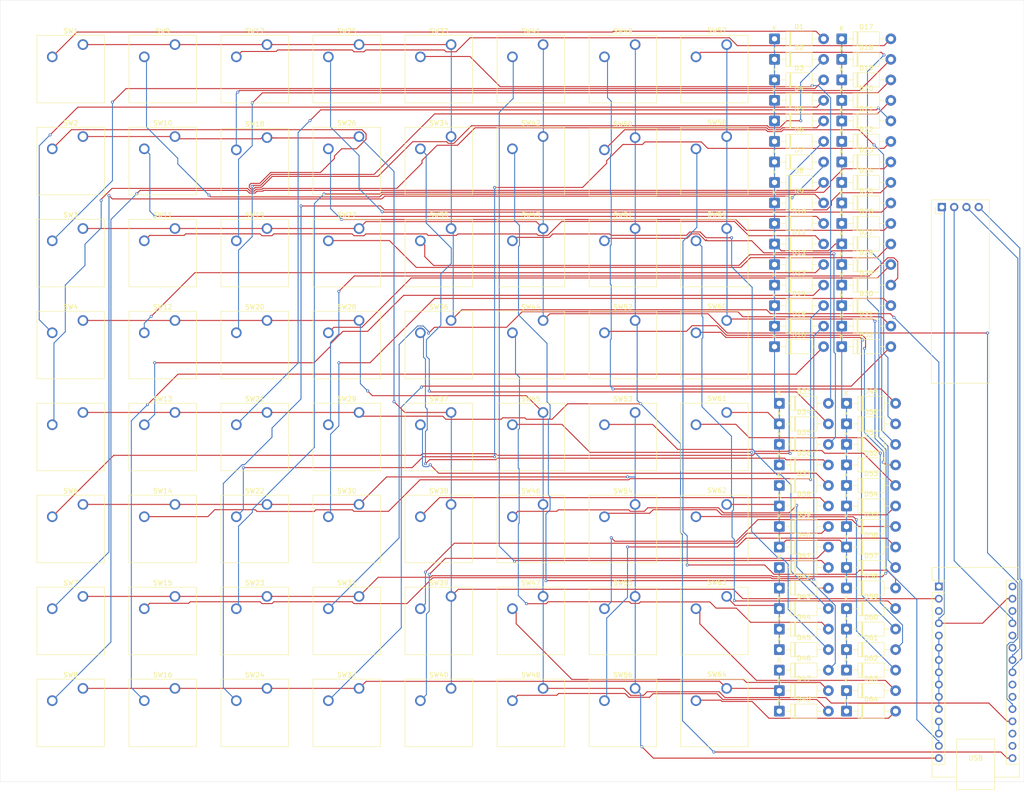
<source format=kicad_pcb>
(kicad_pcb (version 20241229) (generator "pcbnew") (generator_version "9.0")
  (layers (0 "F.Cu" signal) (2 "B.Cu" signal) (13 "F.Paste" user) (15 "B.Paste" user) (5 "F.SilkS" user "F.Silkscreen") (7 "B.SilkS" user "B.Silkscreen") (1 "F.Mask" user) (3 "B.Mask" user) (25 "Edge.Cuts" user))
  (net 0 "")
  (net 2 "COL 3")
  (net 4 "COL 1")
  (net 5 "Net-(A1-+5V)")
  (net 6 "COL 8")
  (net 7 "COL 7")
  (net 9 "SCL")
  (net 10 "GND")
  (net 11 "COL 2")
  (net 15 "COL 6")
  (net 16 "SDA")
  (net 18 "COL 4")
  (net 21 "COL 5")
  (net 22 "Net-(D1-A)")
  (net 23 "Net-(D2-A)")
  (net 24 "Net-(D3-A)")
  (net 25 "Net-(D4-A)")
  (net 26 "Net-(D5-A)")
  (net 27 "Net-(D6-A)")
  (net 28 "Net-(D7-A)")
  (net 29 "Net-(D8-A)")
  (net 30 "Net-(D9-A)")
  (net 31 "Net-(D10-A)")
  (net 32 "Net-(D11-A)")
  (net 33 "Net-(D12-A)")
  (net 34 "Net-(D13-A)")
  (net 35 "Net-(D14-A)")
  (net 36 "Net-(D15-A)")
  (net 37 "Net-(D16-A)")
  (net 38 "Net-(D17-A)")
  (net 39 "Net-(D18-A)")
  (net 40 "Net-(D19-A)")
  (net 41 "Net-(D20-A)")
  (net 42 "Net-(D21-A)")
  (net 43 "Net-(D22-A)")
  (net 44 "Net-(D23-A)")
  (net 45 "Net-(D24-A)")
  (net 46 "Net-(D25-A)")
  (net 47 "Net-(D26-A)")
  (net 48 "Net-(D27-A)")
  (net 49 "Net-(D28-A)")
  (net 50 "Net-(D29-A)")
  (net 51 "Net-(D30-A)")
  (net 52 "Net-(D31-A)")
  (net 53 "Net-(D32-A)")
  (net 54 "Net-(D33-A)")
  (net 55 "Net-(D34-A)")
  (net 56 "Net-(D35-A)")
  (net 57 "Net-(D36-A)")
  (net 58 "Net-(D37-A)")
  (net 59 "Net-(D38-A)")
  (net 60 "Net-(D39-A)")
  (net 61 "Net-(D40-A)")
  (net 62 "Net-(D41-A)")
  (net 63 "Net-(D42-A)")
  (net 64 "Net-(D43-A)")
  (net 65 "Net-(D44-A)")
  (net 66 "Net-(D45-A)")
  (net 67 "Net-(D46-A)")
  (net 68 "Net-(D47-A)")
  (net 69 "Net-(D48-A)")
  (net 70 "Net-(D49-A)")
  (net 71 "Net-(D50-A)")
  (net 72 "Net-(D51-A)")
  (net 73 "Net-(D52-A)")
  (net 74 "Net-(D53-A)")
  (net 75 "Net-(D54-A)")
  (net 76 "Net-(D55-A)")
  (net 77 "Net-(D56-A)")
  (net 78 "Net-(D57-A)")
  (net 79 "Net-(D58-A)")
  (net 80 "Net-(D59-A)")
  (net 81 "Net-(D60-A)")
  (net 82 "Net-(D61-A)")
  (net 83 "Net-(D62-A)")
  (net 84 "Net-(D63-A)")
  (net 85 "Net-(D64-A)")
  (footprint "Button_Switch_Keyboard:SW_Cherry_MX_1.00u_PCB" (layer "F.Cu") (at 129.0638 44.9262)
    (property "Reference" "SW42")
    (property "Value" "SW_Push_45deg")
  )
  (footprint "Button_Switch_Keyboard:SW_Cherry_MX_1.00u_PCB" (layer "F.Cu") (at 33.8138 159.2262)
    (property "Reference" "SW8")
    (property "Value" "SW_Push_45deg")
  )
  (footprint "Button_Switch_Keyboard:SW_Cherry_MX_1.00u_PCB" (layer "F.Cu") (at 71.9138 102.0762)
    (property "Reference" "SW21")
    (property "Value" "SW_Push_45deg")
  )
  (footprint "Diode_THT:D_DO-41_SOD81_P10.16mm_Horizontal" (layer "F.Cu") (at 191.8688 112.9437)
    (property "Reference" "D52")
    (property "Value" "1N4001")
  )
  (footprint "Diode_THT:D_DO-41_SOD81_P10.16mm_Horizontal" (layer "F.Cu") (at 190.8775 79.9375)
    (property "Reference" "D30")
    (property "Value" "1N4001")
  )
  (footprint "Diode_THT:D_DO-41_SOD81_P10.16mm_Horizontal" (layer "F.Cu") (at 177.9588 138.4437)
    (property "Reference" "D42")
    (property "Value" "1N4001")
  )
  (footprint "Button_Switch_Keyboard:SW_Cherry_MX_1.00u_PCB" (layer "F.Cu") (at 167.06 140.1762)
    (property "Reference" "SW63")
    (property "Value" "SW_Push_45deg")
  )
  (footprint "Button_Switch_Keyboard:SW_Cherry_MX_1.00u_PCB" (layer "F.Cu") (at 90.9638 63.9762)
    (property "Reference" "SW27")
    (property "Value" "SW_Push_45deg")
  )
  (footprint "Button_Switch_Keyboard:SW_Cherry_MX_1.00u_PCB" (layer "F.Cu") (at 110.0138 159.2262)
    (property "Reference" "SW40")
    (property "Value" "SW_Push_45deg")
  )
  (footprint "Diode_THT:D_DO-41_SOD81_P10.16mm_Horizontal" (layer "F.Cu") (at 190.8775 71.4375)
    (property "Reference" "D28")
    (property "Value" "1N4001")
  )
  (footprint "Button_Switch_Keyboard:SW_Cherry_MX_1.00u_PCB" (layer "F.Cu") (at 167.06 102.0762)
    (property "Reference" "SW61")
    (property "Value" "SW_Push_45deg")
  )
  (footprint "Diode_THT:D_DO-41_SOD81_P10.16mm_Horizontal" (layer "F.Cu") (at 190.8775 24.6875)
    (property "Reference" "D17")
    (property "Value" "1N4001")
  )
  (footprint "Diode_THT:D_DO-41_SOD81_P10.16mm_Horizontal" (layer "F.Cu") (at 191.8688 151.1937)
    (property "Reference" "D61")
    (property "Value" "1N4001")
  )
  (footprint "Button_Switch_Keyboard:SW_Cherry_MX_1.00u_PCB" (layer "F.Cu") (at 90.9638 121.1262)
    (property "Reference" "SW30")
    (property "Value" "SW_Push_45deg")
  )
  (footprint "Button_Switch_Keyboard:SW_Cherry_MX_1.00u_PCB" (layer "F.Cu") (at 71.9138 140.1762)
    (property "Reference" "SW23")
    (property "Value" "SW_Push_45deg")
  )
  (footprint "Button_Switch_Keyboard:SW_Cherry_MX_1.00u_PCB" (layer "F.Cu") (at 129.0638 63.9762)
    (property "Reference" "SW43")
    (property "Value" "SW_Push_45deg")
  )
  (footprint "Diode_THT:D_DO-41_SOD81_P10.16mm_Horizontal" (layer "F.Cu") (at 191.8688 163.9437)
    (property "Reference" "D64")
    (property "Value" "1N4001")
  )
  (footprint "Diode_THT:D_DO-41_SOD81_P10.16mm_Horizontal" (layer "F.Cu") (at 190.8775 75.6875)
    (property "Reference" "D29")
    (property "Value" "1N4001")
  )
  (footprint "Diode_THT:D_DO-41_SOD81_P10.16mm_Horizontal" (layer "F.Cu") (at 176.9675 50.1875)
    (property "Reference" "D7")
    (property "Value" "1N4001")
  )
  (footprint "Diode_THT:D_DO-41_SOD81_P10.16mm_Horizontal" (layer "F.Cu") (at 176.9675 37.4375)
    (property "Reference" "D4")
    (property "Value" "1N4001")
  )
  (footprint "Button_Switch_Keyboard:SW_Cherry_MX_1.00u_PCB" (layer "F.Cu") (at 52.8638 83.0262)
    (property "Reference" "SW12")
    (property "Value" "SW_Push_45deg")
  )
  (footprint "Button_Switch_Keyboard:SW_Cherry_MX_1.00u_PCB" (layer "F.Cu") (at 167.06 121.1262)
    (property "Reference" "SW62")
    (property "Value" "SW_Push_45deg")
  )
  (footprint "Button_Switch_Keyboard:SW_Cherry_MX_1.00u_PCB" (layer "F.Cu") (at 90.9638 102.0762)
    (property "Reference" "SW29")
    (property "Value" "SW_Push_45deg")
  )
  (footprint "Diode_THT:D_DO-41_SOD81_P10.16mm_Horizontal" (layer "F.Cu") (at 191.8688 125.6937)
    (property "Reference" "D55")
    (property "Value" "1N4001")
  )
  (footprint "Diode_THT:D_DO-41_SOD81_P10.16mm_Horizontal" (layer "F.Cu") (at 190.8775 58.6875)
    (property "Reference" "D25")
    (property "Value" "1N4001")
  )
  (footprint "Diode_THT:D_DO-41_SOD81_P10.16mm_Horizontal" (layer "F.Cu") (at 177.9588 159.6937)
    (property "Reference" "D47")
    (property "Value" "1N4001")
  )
  (footprint "Button_Switch_Keyboard:SW_Cherry_MX_1.00u_PCB" (layer "F.Cu") (at 90.9638 140.1762)
    (property "Reference" "SW31")
    (property "Value" "SW_Push_45deg")
  )
  (footprint "Button_Switch_Keyboard:SW_Cherry_MX_1.00u_PCB" (layer "F.Cu") (at 33.8138 25.8762)
    (property "Reference" "SW1")
    (property "Value" "SW_Push_45deg")
  )
  (footprint "Button_Switch_Keyboard:SW_Cherry_MX_1.00u_PCB" (layer "F.Cu") (at 148.1138 25.8762)
    (property "Reference" "SW49")
    (property "Value" "SW_Push_45deg")
  )
  (footprint "Diode_THT:D_DO-41_SOD81_P10.16mm_Horizontal" (layer "F.Cu") (at 177.9588 117.1937)
    (property "Reference" "D37")
    (property "Value" "1N4001")
  )
  (footprint "Button_Switch_Keyboard:SW_Cherry_MX_1.00u_PCB" (layer "F.Cu") (at 167.06 83.0262)
    (property "Reference" "SW60")
    (property "Value" "SW_Push_45deg")
  )
  (footprint "Button_Switch_Keyboard:SW_Cherry_MX_1.00u_PCB" (layer "F.Cu") (at 90.9638 83.0262)
    (property "Reference" "SW28")
    (property "Value" "SW_Push_45deg")
  )
  (footprint "Button_Switch_Keyboard:SW_Cherry_MX_1.00u_PCB" (layer "F.Cu") (at 52.8638 25.8762)
    (property "Reference" "SW9")
    (property "Value" "SW_Push_45deg")
  )
  (footprint "Diode_THT:D_DO-41_SOD81_P10.16mm_Horizontal" (layer "F.Cu") (at 190.8775 67.1875)
    (property "Reference" "D27")
    (property "Value" "1N4001")
  )
  (footprint "Diode_THT:D_DO-41_SOD81_P10.16mm_Horizontal" (layer "F.Cu") (at 177.9588 129.9437)
    (property "Reference" "D40")
    (property "Value" "1N4001")
  )
  (footprint "Diode_THT:D_DO-41_SOD81_P10.16mm_Horizontal" (layer "F.Cu") (at 190.8775 84.1875)
    (property "Reference" "D31")
    (property "Value" "1N4001")
  )
  (footprint "Diode_THT:D_DO-41_SOD81_P10.16mm_Horizontal" (layer "F.Cu") (at 176.9675 62.9375)
    (property "Reference" "D10")
    (property "Value" "1N4001")
  )
  (footprint "Button_Switch_Keyboard:SW_Cherry_MX_1.00u_PCB" (layer "F.Cu") (at 167.06 25.8762)
    (property "Reference" "SW57")
    (property "Value" "SW_Push_45deg")
  )
  (footprint "Diode_THT:D_DO-41_SOD81_P10.16mm_Horizontal" (layer "F.Cu") (at 177.9588 104.4437)
    (property "Reference" "D34")
    (property "Value" "1N4001")
  )
  (footprint "Diode_THT:D_DO-41_SOD81_P10.16mm_Horizontal" (layer "F.Cu") (at 191.8688 159.6937)
    (property "Reference" "D63")
    (property "Value" "1N4001")
  )
  (footprint "Button_Switch_Keyboard:SW_Cherry_MX_1.00u_PCB" (layer "F.Cu") (at 148.1138 45.1412)
    (property "Reference" "SW50")
    (property "Value" "SW_Push_45deg")
  )
  (footprint "Diode_THT:D_DO-41_SOD81_P10.16mm_Horizontal" (layer "F.Cu") (at 190.8775 54.4375)
    (property "Reference" "D24")
    (property "Value" "1N4001")
  )
  (footprint "Button_Switch_Keyboard:SW_Cherry_MX_1.00u_PCB" (layer "F.Cu") (at 90.9638 159.2262)
    (property "Reference" "SW32")
    (property "Value" "SW_Push_45deg")
  )
  (footprint "Diode_THT:D_DO-41_SOD81_P10.16mm_Horizontal" (layer "F.Cu") (at 176.9675 79.9375)
    (property "Reference" "D14")
    (property "Value" "1N4001")
  )
  (footprint "Diode_THT:D_DO-41_SOD81_P10.16mm_Horizontal" (layer "F.Cu") (at 177.9588 100.1937)
    (property "Reference" "D33")
    (property "Value" "1N4001")
  )
  (footprint "Button_Switch_Keyboard:SW_Cherry_MX_1.00u_PCB" (layer "F.Cu") (at 52.8638 63.9762)
    (property "Reference" "SW11")
    (property "Value" "SW_Push_45deg")
  )
  (footprint "Button_Switch_Keyboard:SW_Cherry_MX_1.00u_PCB" (layer "F.Cu") (at 110.0138 25.8762)
    (property "Reference" "SW33")
    (property "Value" "SW_Push_45deg")
  )
  (footprint "Diode_THT:D_DO-41_SOD81_P10.16mm_Horizontal" (layer "F.Cu") (at 177.9588 151.1937)
    (property "Reference" "D45")
    (property "Value" "1N4001")
  )
  (footprint "Button_Switch_Keyboard:SW_Cherry_MX_1.00u_PCB" (layer "F.Cu") (at 71.9138 63.9762)
    (property "Reference" "SW19")
    (property "Value" "SW_Push_45deg")
  )
  (footprint "Button_Switch_Keyboard:SW_Cherry_MX_1.00u_PCB" (layer "F.Cu") (at 33.8138 44.9262)
    (property "Reference" "SW2")
    (property "Value" "SW_Push_45deg")
  )
  (footprint "Button_Switch_Keyboard:SW_Cherry_MX_1.00u_PCB" (layer "F.Cu") (at 71.9138 83.0262)
    (property "Reference" "SW20")
    (property "Value" "SW_Push_45deg")
  )
  (footprint "Button_Switch_Keyboard:SW_Cherry_MX_1.00u_PCB" (layer "F.Cu") (at 33.8138 140.1762)
    (property "Reference" "SW7")
    (property "Value" "SW_Push_45deg")
  )
  (footprint "Button_Switch_Keyboard:SW_Cherry_MX_1.00u_PCB" (layer "F.Cu") (at 71.9138 45.1412)
    (property "Reference" "SW18")
    (property "Value" "SW_Push_45deg")
  )
  (footprint "Diode_THT:D_DO-41_SOD81_P10.16mm_Horizontal" (layer "F.Cu") (at 176.9675 67.1875)
    (property "Reference" "D11")
    (property "Value" "1N4001")
  )
  (footprint "Diode_THT:D_DO-41_SOD81_P10.16mm_Horizontal" (layer "F.Cu") (at 176.9675 28.9375)
    (property "Reference" "D2")
    (property "Value" "1N4001")
  )
  (footprint "Diode_THT:D_DO-41_SOD81_P10.16mm_Horizontal" (layer "F.Cu") (at 177.9588 134.1937)
    (property "Reference" "D41")
    (property "Value" "1N4001")
  )
  (footprint "Diode_THT:D_DO-41_SOD81_P10.16mm_Horizontal" (layer "F.Cu") (at 190.8775 41.6875)
    (property "Reference" "D21")
    (property "Value" "1N4001")
  )
  (footprint "Button_Switch_Keyboard:SW_Cherry_MX_1.00u_PCB" (layer "F.Cu") (at 90.9638 25.8762)
    (property "Reference" "SW25")
    (property "Value" "SW_Push_45deg")
  )
  (footprint "Button_Switch_Keyboard:SW_Cherry_MX_1.00u_PCB" (layer "F.Cu") (at 110.0138 83.0262)
    (property "Reference" "SW36")
    (property "Value" "SW_Push_45deg")
  )
  (footprint "Button_Switch_Keyboard:SW_Cherry_MX_1.00u_PCB" (layer "F.Cu") (at 110.0138 63.9762)
    (property "Reference" "SW35")
    (property "Value" "SW_Push_45deg")
  )
  (footprint "Diode_THT:D_DO-41_SOD81_P10.16mm_Horizontal" (layer "F.Cu") (at 191.8688 134.1937)
    (property "Reference" "D57")
    (property "Value" "1N4001")
  )
  (footprint "Button_Switch_Keyboard:SW_Cherry_MX_1.00u_PCB" (layer "F.Cu") (at 148.1138 83.0262)
    (property "Reference" "SW52")
    (property "Value" "SW_Push_45deg")
  )
  (footprint "Button_Switch_Keyboard:SW_Cherry_MX_1.00u_PCB" (layer "F.Cu") (at 52.8638 44.9262)
    (property "Reference" "SW10")
    (property "Value" "SW_Push_45deg")
  )
  (footprint "Button_Switch_Keyboard:SW_Cherry_MX_1.00u_PCB" (layer "F.Cu") (at 33.8138 102.0762)
    (property "Reference" "SW5" (hide yes))
    (property "Value" "SW_Push_45deg")
  )
  (footprint "Diode_THT:D_DO-41_SOD81_P10.16mm_Horizontal" (layer "F.Cu") (at 190.8775 37.4375)
    (property "Reference" "D20")
    (property "Value" "1N4001")
  )
  (footprint "Button_Switch_Keyboard:SW_Cherry_MX_1.00u_PCB" (layer "F.Cu") (at 148.1138 102.0762)
    (property "Reference" "SW53")
    (property "Value" "SW_Push_45deg")
  )
  (footprint "Button_Switch_Keyboard:SW_Cherry_MX_1.00u_PCB" (layer "F.Cu") (at 129.0638 102.0762)
    (property "Reference" "SW45")
    (property "Value" "SW_Push_45deg")
  )
  (footprint "Diode_THT:D_DO-41_SOD81_P10.16mm_Horizontal" (layer "F.Cu") (at 176.9675 24.6875)
    (property "Reference" "D1")
    (property "Value" "1N4001")
  )
  (footprint "Diode_THT:D_DO-41_SOD81_P10.16mm_Horizontal" (layer "F.Cu") (at 177.9588 146.9437)
    (property "Reference" "D44")
    (property "Value" "1N4001")
  )
  (footprint "Diode_THT:D_DO-41_SOD81_P10.16mm_Horizontal" (layer "F.Cu") (at 176.9675 58.6875)
    (property "Reference" "D9")
    (property "Value" "1N4001")
  )
  (footprint "Button_Switch_Keyboard:SW_Cherry_MX_1.00u_PCB" (layer "F.Cu") (at 148.1138 63.9762)
    (property "Reference" "SW51")
    (property "Value" "SW_Push_45deg")
  )
  (footprint "Diode_THT:D_DO-41_SOD81_P10.16mm_Horizontal" (layer "F.Cu") (at 176.9675 84.1875)
    (property "Reference" "D15")
    (property "Value" "1N4001")
  )
  (footprint "Button_Switch_Keyboard:SW_Cherry_MX_1.00u_PCB" (layer "F.Cu") (at 52.8638 102.0762)
    (property "Reference" "SW13")
    (property "Value" "SW_Push_45deg")
  )
  (footprint "Diode_THT:D_DO-41_SOD81_P10.16mm_Horizontal" (layer "F.Cu") (at 190.8775 45.9375)
    (property "Reference" "D22")
    (property "Value" "1N4001")
  )
  (footprint "Diode_THT:D_DO-41_SOD81_P10.16mm_Horizontal" (layer "F.Cu") (at 191.8688 155.4437)
    (property "Reference" "D62")
    (property "Value" "1N4001")
  )
  (footprint "Button_Switch_Keyboard:SW_Cherry_MX_1.00u_PCB" (layer "F.Cu") (at 148.1138 140.1762)
    (property "Reference" "SW55")
    (property "Value" "SW_Push_45deg")
  )
  (footprint "Diode_THT:D_DO-41_SOD81_P10.16mm_Horizontal" (layer "F.Cu") (at 190.8775 88.4375)
    (property "Reference" "D32")
    (property "Value" "1N4001")
  )
  (footprint "Diode_THT:D_DO-41_SOD81_P10.16mm_Horizontal" (layer "F.Cu") (at 177.9588 125.6937)
    (property "Reference" "D39")
    (property "Value" "1N4001")
  )
  (footprint "Button_Switch_Keyboard:SW_Cherry_MX_1.00u_PCB" (layer "F.Cu") (at 129.0638 159.2262)
    (property "Reference" "SW48")
    (property "Value" "SW_Push_45deg")
  )
  (footprint "Button_Switch_Keyboard:SW_Cherry_MX_1.00u_PCB" (layer "F.Cu") (at 52.8638 140.1762)
    (property "Reference" "SW15")
    (property "Value" "SW_Push_45deg")
  )
  (footprint "Button_Switch_Keyboard:SW_Cherry_MX_1.00u_PCB" (layer "F.Cu") (at 71.9138 25.8762)
    (property "Reference" "SW17")
    (property "Value" "SW_Push_45deg")
  )
  (footprint "Button_Switch_Keyboard:SW_Cherry_MX_1.00u_PCB" (layer "F.Cu") (at 129.0638 25.8762)
    (property "Reference" "SW41")
    (property "Value" "SW_Push_45deg")
  )
  (footprint "Diode_THT:D_DO-41_SOD81_P10.16mm_Horizontal" (layer "F.Cu") (at 177.9588 163.9437)
    (property "Reference" "D48")
    (property "Value" "1N4001")
  )
  (footprint "Button_Switch_Keyboard:SW_Cherry_MX_1.00u_PCB" (layer "F.Cu") (at 52.8638 121.1262)
    (property "Reference" "SW14")
    (property "Value" "SW_Push_45deg")
  )
  (footprint "Button_Switch_Keyboard:SW_Cherry_MX_1.00u_PCB" (layer "F.Cu") (at 90.9638 44.9262)
    (property "Reference" "SW26")
    (property "Value" "SW_Push_45deg")
  )
  (footprint "Button_Switch_Keyboard:SW_Cherry_MX_1.00u_PCB" (layer "F.Cu") (at 129.0638 140.1762)
    (property "Reference" "SW47")
    (property "Value" "SW_Push_45deg")
  )
  (footprint "Button_Switch_Keyboard:SW_Cherry_MX_1.00u_PCB" (layer "F.Cu") (at 167.06 63.9762)
    (property "Reference" "SW59")
    (property "Value" "SW_Push_45deg")
  )
  (footprint "Button_Switch_Keyboard:SW_Cherry_MX_1.00u_PCB" (layer "F.Cu") (at 110.0138 140.1762)
    (property "Reference" "SW39")
    (property "Value" "SW_Push_45deg")
  )
  (footprint "Diode_THT:D_DO-41_SOD81_P10.16mm_Horizontal" (layer "F.Cu") (at 177.9588 142.6937)
    (property "Reference" "D43")
    (property "Value" "1N4001")
  )
  (footprint "Diode_THT:D_DO-41_SOD81_P10.16mm_Horizontal" (layer "F.Cu") (at 176.9675 41.6875)
    (property "Reference" "D5")
    (property "Value" "1N4001")
  )
  (footprint "Button_Switch_Keyboard:SW_Cherry_MX_1.00u_PCB" (layer "F.Cu") (at 33.8138 63.9762)
    (property "Reference" "SW3")
    (property "Value" "SW_Push_45deg")
  )
  (footprint "Diode_THT:D_DO-41_SOD81_P10.16mm_Horizontal" (layer "F.Cu") (at 176.9675 45.9375)
    (property "Reference" "D6")
    (property "Value" "1N4001")
  )
  (footprint "Diode_THT:D_DO-41_SOD81_P10.16mm_Horizontal" (layer "F.Cu") (at 177.9588 108.6937)
    (property "Reference" "D35")
    (property "Value" "1N4001")
  )
  (footprint "Button_Switch_Keyboard:SW_Cherry_MX_1.00u_PCB" (layer "F.Cu") (at 52.8638 159.2262)
    (property "Reference" "SW16")
    (property "Value" "SW_Push_45deg")
  )
  (footprint "Module:Arduino_Nano" (layer "F.Cu") (at 210.9788 138.1125)
    (property "Reference" "A1" (hide yes))
    (property "Value" "Arduino_Nano_Every")
  )
  (footprint "Diode_THT:D_DO-41_SOD81_P10.16mm_Horizontal" (layer "F.Cu") (at 176.9675 33.1875)
    (property "Reference" "D3")
    (property "Value" "1N4001")
  )
  (footprint "Button_Switch_Keyboard:SW_Cherry_MX_1.00u_PCB" (layer "F.Cu") (at 110.0138 102.0762)
    (property "Reference" "SW37")
    (property "Value" "SW_Push_45deg")
  )
  (footprint "Diode_THT:D_DO-41_SOD81_P10.16mm_Horizontal" (layer "F.Cu") (at 190.8775 62.9375)
    (property "Reference" "D26")
    (property "Value" "1N4001")
  )
  (footprint "Button_Switch_Keyboard:SW_Cherry_MX_1.00u_PCB" (layer "F.Cu") (at 129.0638 83.0262)
    (property "Reference" "SW44")
    (property "Value" "SW_Push_45deg")
  )
  (footprint "Button_Switch_Keyboard:SW_Cherry_MX_1.00u_PCB" (layer "F.Cu") (at 167.06 44.9262)
    (property "Reference" "SW58")
    (property "Value" "SW_Push_45deg")
  )
  (footprint "Diode_THT:D_DO-41_SOD81_P10.16mm_Horizontal" (layer "F.Cu") (at 177.9588 155.4437)
    (property "Reference" "D46")
    (property "Value" "1N4001")
  )
  (footprint "Button_Switch_Keyboard:SW_Cherry_MX_1.00u_PCB" (layer "F.Cu") (at 167.06 159.2262)
    (property "Reference" "SW64")
    (property "Value" "SW_Push_45deg")
  )
  (footprint "Button_Switch_Keyboard:SW_Cherry_MX_1.00u_PCB" (layer "F.Cu") (at 71.9138 159.2262)
    (property "Reference" "SW24")
    (property "Value" "SW_Push_45deg")
  )
  (footprint "Diode_THT:D_DO-41_SOD81_P10.16mm_Horizontal" (layer "F.Cu") (at 176.9675 54.4375)
    (property "Reference" "D8")
    (property "Value" "1N4001")
  )
  (footprint "Button_Switch_Keyboard:SW_Cherry_MX_1.00u_PCB" (layer "F.Cu") (at 148.1138 121.1262)
    (property "Reference" "SW54")
    (property "Value" "SW_Push_45deg")
  )
  (footprint "Button_Switch_Keyboard:SW_Cherry_MX_1.00u_PCB" (layer "F.Cu") (at 129.0638 121.1262)
    (property "Reference" "SW46")
    (property "Value" "SW_Push_45deg")
  )
  (footprint "Button_Switch_Keyboard:SW_Cherry_MX_1.00u_PCB" (layer "F.Cu") (at 33.8138 121.1262)
    (property "Reference" "SW6")
    (property "Value" "SW_Push_45deg")
  )
  (footprint "Diode_THT:D_DO-41_SOD81_P10.16mm_Horizontal" (layer "F.Cu") (at 191.8688 142.6937)
    (property "Reference" "D59")
    (property "Value" "1N4001")
  )
  (footprint "Diode_THT:D_DO-41_SOD81_P10.16mm_Horizontal" (layer "F.Cu") (at 176.9675 75.6875)
    (property "Reference" "D13")
    (property "Value" "1N4001")
  )
  (footprint "Diode_THT:D_DO-41_SOD81_P10.16mm_Horizontal" (layer "F.Cu") (at 190.8775 33.1875)
    (property "Reference" "D19")
    (property "Value" "1N4001")
  )
  (footprint "Diode_THT:D_DO-41_SOD81_P10.16mm_Horizontal" (layer "F.Cu") (at 191.8688 121.4437)
    (property "Reference" "D54")
    (property "Value" "1N4001")
  )
  (footprint "Diode_THT:D_DO-41_SOD81_P10.16mm_Horizontal" (layer "F.Cu") (at 191.8688 100.1937)
    (property "Reference" "D49")
    (property "Value" "1N4001")
  )
  (footprint "Diode_THT:D_DO-41_SOD81_P10.16mm_Horizontal" (layer "F.Cu") (at 191.8688 104.4437)
    (property "Reference" "D50")
    (property "Value" "1N4001")
  )
  (footprint "Diode_THT:D_DO-41_SOD81_P10.16mm_Horizontal" (layer "F.Cu") (at 176.9675 71.4375)
    (property "Reference" "D12")
    (property "Value" "1N4001")
  )
  (footprint "Button_Switch_Keyboard:SW_Cherry_MX_1.00u_PCB" (layer "F.Cu") (at 110.0138 44.9262)
    (property "Reference" "SW34")
    (property "Value" "SW_Push_45deg")
  )
  (footprint "Diode_THT:D_DO-41_SOD81_P10.16mm_Horizontal" (layer "F.Cu") (at 190.8775 28.9375)
    (property "Reference" "D18")
    (property "Value" "1N4001")
  )
  (footprint "Button_Switch_Keyboard:SW_Cherry_MX_1.00u_PCB" (layer "F.Cu") (at 71.9138 121.1262)
    (property "Reference" "SW22")
    (property "Value" "SW_Push_45deg")
  )
  (footprint "Diode_THT:D_DO-41_SOD81_P10.16mm_Horizontal" (layer "F.Cu") (at 177.9588 112.9437)
    (property "Reference" "D36")
    (property "Value" "1N4001")
  )
  (footprint "Button_Switch_Keyboard:SW_Cherry_MX_1.00u_PCB" (layer "F.Cu") (at 110.0138 121.1262)
    (property "Reference" "SW38")
    (property "Value" "SW_Push_45deg")
  )
  (footprint "Diode_THT:D_DO-41_SOD81_P10.16mm_Horizontal" (layer "F.Cu") (at 191.8688 117.1937)
    (property "Reference" "D53")
    (property "Value" "1N4001")
  )
  (footprint "Diode_THT:D_DO-41_SOD81_P10.16mm_Horizontal" (layer "F.Cu") (at 191.8688 146.9437)
    (property "Reference" "D60")
    (property "Value" "1N4001")
  )
  (footprint "Diode_THT:D_DO-41_SOD81_P10.16mm_Horizontal" (layer "F.Cu") (at 190.8775 50.1875)
    (property "Reference" "D23")
    (property "Value" "1N4001")
  )
  (footprint "Diode_THT:D_DO-41_SOD81_P10.16mm_Horizontal" (layer "F.Cu") (at 176.9675 88.4375)
    (property "Reference" "D16")
    (property "Value" "1N4001")
  )
  (footprint "Diode_THT:D_DO-41_SOD81_P10.16mm_Horizontal" (layer "F.Cu") (at 177.9588 121.4437)
    (property "Reference" "D38")
    (property "Value" "1N4001")
  )
  (footprint "Button_Switch_Keyboard:SW_Cherry_MX_1.00u_PCB" (layer "F.Cu") (at 33.8138 83.0262)
    (property "Reference" "SW4")
    (property "Value" "SW_Push_45deg")
  )
  (footprint "Button_Switch_Keyboard:SW_Cherry_MX_1.00u_PCB" (layer "F.Cu") (at 148.1138 159.2262)
    (property "Reference" "SW56")
    (property "Value" "SW_Push_45deg")
  )
  (footprint "Diode_THT:D_DO-41_SOD81_P10.16mm_Horizontal" (layer "F.Cu") (at 191.8688 129.9437)
    (property "Reference" "D56")
    (property "Value" "1N4001")
  )
  (footprint "oled:OLED_0.91_128x32" (layer "F.Cu") (at 211.6138 59.5312)
    (property "Reference" "U1" (hide yes))
    (property "Value" "OLED_0.91_128x32")
  )
  (footprint "Diode_THT:D_DO-41_SOD81_P10.16mm_Horizontal" (layer "F.Cu") (at 191.8688 138.4437)
    (property "Reference" "D58")
    (property "Value" "1N4001")
  )
  (footprint "Diode_THT:D_DO-41_SOD81_P10.16mm_Horizontal" (layer "F.Cu") (at 191.8688 108.6937)
    (property "Reference" "D51")
    (property "Value" "1N4001")
  )
  (gr_rect (start 16.66875 16.66875) (end 228.6 178.59375) (stroke (width 0.05)) (fill no) (layer "Edge.Cuts"))
  (segment (start 71.9138 121.1262) (end 52.8638 121.1262) (width 0.2) (layer "F.Cu") (net 2))
  (segment (start 33.8138 121.1262) (end 52.8638 121.1262) (width 0.2) (layer "F.Cu") (net 2))
  (segment (start 210.9788 173.6725) (end 151.8739 173.6725) (width 0.2) (layer "F.Cu") (net 2))
  (segment (start 96.6674 115.4226) (end 90.9638 121.1262) (width 0.2) (layer "F.Cu") (net 2))
  (segment (start 151.8739 173.6725) (end 149.5259 171.3245) (width 0.2) (layer "F.Cu") (net 2))
  (segment (start 146.5381 115.4226) (end 96.6674 115.4226) (width 0.2) (layer "F.Cu") (net 2))
  (segment (start 90.9638 121.1262) (end 71.9138 121.1262) (width 0.2) (layer "F.Cu") (net 2))
  (via (at 146.5381 115.4226) (size 0.6) (drill 0.3) (layers "F.Cu" "B.Cu") (net 2))
  (via (at 149.5259 171.3245) (size 0.6) (drill 0.3) (layers "F.Cu" "B.Cu") (net 2))
  (segment (start 148.1392 140.1762) (end 148.1392 121.1516) (width 0.2) (layer "B.Cu") (net 2))
  (segment (start 148.1138 140.1762) (end 148.1392 140.1762) (width 0.2) (layer "B.Cu") (net 2))
  (segment (start 148.1255 102.0879) (end 148.1255 115.4109) (width 0.2) (layer "B.Cu") (net 2))
  (segment (start 149.5259 171.3245) (end 149.2521 171.0507) (width 0.2) (layer "B.Cu") (net 2))
  (segment (start 149.2521 171.0507) (end 149.2521 160.3645) (width 0.2) (layer "B.Cu") (net 2))
  (segment (start 148.1392 121.1516) (end 148.1138 121.1262) (width 0.2) (layer "B.Cu") (net 2))
  (segment (start 148.1138 115.4226) (end 148.1138 121.1262) (width 0.2) (layer "B.Cu") (net 2))
  (segment (start 148.1138 102.0762) (end 148.1255 102.0879) (width 0.2) (layer "B.Cu") (net 2))
  (segment (start 148.1392 159.2008) (end 148.1138 159.2262) (width 0.2) (layer "B.Cu") (net 2))
  (segment (start 148.1255 115.4109) (end 148.1138 115.4226) (width 0.2) (layer "B.Cu") (net 2))
  (segment (start 149.2521 160.3645) (end 148.1138 159.2262) (width 0.2) (layer "B.Cu") (net 2))
  (segment (start 148.1392 140.1762) (end 148.1392 159.2008) (width 0.2) (layer "B.Cu") (net 2))
  (segment (start 148.1138 115.4226) (end 146.5381 115.4226) (width 0.2) (layer "B.Cu") (net 2))
  (segment (start 167.06 121.1262) (end 177.6413 121.1262) (width 0.2) (layer "F.Cu") (net 4))
  (segment (start 179.3738 128.5287) (end 190.4538 128.5287) (width 0.2) (layer "F.Cu") (net 4))
  (segment (start 189.5331 67.1875) (end 190.8775 67.1875) (width 0.2) (layer "F.Cu") (net 4))
  (segment (start 177.9588 129.9437) (end 179.3738 128.5287) (width 0.2) (layer "F.Cu") (net 4))
  (segment (start 90.9638 159.2262) (end 92.4214 157.7686) (width 0.2) (layer "F.Cu") (net 4))
  (segment (start 165.6024 157.7686) (end 167.06 159.2262) (width 0.2) (layer "F.Cu") (net 4))
  (segment (start 52.2906 159.2262) (end 52.8638 159.2262) (width 0.2) (layer "F.Cu") (net 4))
  (segment (start 177.6413 121.1262) (end 177.9588 121.4437) (width 0.2) (layer "F.Cu") (net 4))
  (segment (start 167.06 159.2262) (end 177.4913 159.2262) (width 0.2) (layer "F.Cu") (net 4))
  (segment (start 167.06 102.0762) (end 175.5913 102.0762) (width 0.2) (layer "F.Cu") (net 4))
  (segment (start 92.4214 157.7686) (end 165.6024 157.7686) (width 0.2) (layer "F.Cu") (net 4))
  (segment (start 177.9588 142.6937) (end 177.3069 142.0418) (width 0.2) (layer "F.Cu") (net 4))
  (segment (start 71.3406 159.2262) (end 71.9138 159.2262) (width 0.2) (layer "F.Cu") (net 4))
  (segment (start 175.5913 102.0762) (end 177.9588 104.4437) (width 0.2) (layer "F.Cu") (net 4))
  (segment (start 167.06 140.3079) (end 167.06 140.1762) (width 0.2) (layer "F.Cu") (net 4))
  (segment (start 177.3069 142.0418) (end 168.7939 142.0418) (width 0.2) (layer "F.Cu") (net 4))
  (segment (start 33.8138 159.2262) (end 52.2906 159.2262) (width 0.2) (layer "F.Cu") (net 4))
  (segment (start 71.3406 159.2262) (end 90.9638 159.2262) (width 0.2) (layer "F.Cu") (net 4))
  (segment (start 188.1275 68.5931) (end 189.5331 67.1875) (width 0.2) (layer "F.Cu") (net 4))
  (segment (start 52.2906 159.2262) (end 71.3406 159.2262) (width 0.2) (layer "F.Cu") (net 4))
  (segment (start 176.9675 67.1875) (end 178.3731 68.5931) (width 0.2) (layer "F.Cu") (net 4))
  (segment (start 177.4913 159.2262) (end 177.9588 159.6937) (width 0.2) (layer "F.Cu") (net 4))
  (segment (start 168.7939 142.0418) (end 167.06 140.3079) (width 0.2) (layer "F.Cu") (net 4))
  (segment (start 190.4538 128.5287) (end 191.8688 129.9437) (width 0.2) (layer "F.Cu") (net 4))
  (segment (start 178.3731 68.5931) (end 188.1275 68.5931) (width 0.2) (layer "F.Cu") (net 4))
  (segment (start 190.8775 38.7996) (end 190.8775 37.4375) (width 0.2) (layer "B.Cu") (net 4))
  (segment (start 190.8775 24.6875) (end 190.8775 28.9375) (width 0.2) (layer "B.Cu") (net 4))
  (segment (start 191.8688 125.6937) (end 191.8688 121.4437) (width 0.2) (layer "B.Cu") (net 4))
  (segment (start 191.8688 100.1937) (end 190.8775 99.2024) (width 0.2) (layer "B.Cu") (net 4))
  (segment (start 176.9675 50.1875) (end 176.9675 45.9375) (width 0.2) (layer "B.Cu") (net 4))
  (segment (start 176.9675 84.1875) (end 176.9675 79.9375) (width 0.2) (layer "B.Cu") (net 4))
  (segment (start 176.9675 88.4375) (end 176.9675 84.1875) (width 0.2) (layer "B.Cu") (net 4))
  (segment (start 190.8775 88.4375) (end 190.8775 84.1875) (width 0.2) (layer "B.Cu") (net 4))
  (segment (start 210.9788 148.2725) (end 210.9788 150.8125) (width 0.2) (layer "B.Cu") (net 4))
  (segment (start 176.9675 71.4375) (end 176.9675 67.1875) (width 0.2) (layer "B.Cu") (net 4))
  (segment (start 210.9788 168.5925) (end 210.9788 166.0525) (width 0.2) (layer "B.Cu") (net 4))
  (segment (start 190.8775 45.9375) (end 190.8775 41.6875) (width 0.2) (layer "B.Cu") (net 4))
  (segment (start 177.9588 159.6937) (end 177.9588 155.4437) (width 0.2) (layer "B.Cu") (net 4))
  (segment (start 177.9588 142.6937) (end 177.9588 140.5687) (width 0.2) (layer "B.Cu") (net 4))
  (segment (start 190.8775 75.6875) (end 190.8775 71.4375) (width 0.2) (layer "B.Cu") (net 4))
  (segment (start 177.9588 129.9437) (end 177.9588 125.6937) (width 0.2) (layer "B.Cu") (net 4))
  (segment (start 176.9675 75.6875) (end 176.9675 71.4375) (width 0.2) (layer "B.Cu") (net 4))
  (segment (start 176.9675 67.1875) (end 176.9675 62.9375) (width 0.2) (layer "B.Cu") (net 4))
  (segment (start 176.9675 54.4375) (end 176.9675 50.1875) (width 0.2) (layer "B.Cu") (net 4))
  (segment (start 191.8688 151.1937) (end 191.8688 146.9437) (width 0.2) (layer "B.Cu") (net 4))
  (segment (start 191.8688 117.1937) (end 191.8688 121.4437) (width 0.2) (layer "B.Cu") (net 4))
  (segment (start 210.9788 158.4325) (end 210.9788 160.9725) (width 0.2) (layer "B.Cu") (net 4))
  (segment (start 210.9788 155.8925) (end 210.9788 158.4325) (width 0.2) (layer "B.Cu") (net 4))
  (segment (start 176.9675 33.1875) (end 176.9675 28.9375) (width 0.2) (layer "B.Cu") (net 4))
  (segment (start 190.8775 62.9375) (end 190.8775 58.6875) (width 0.2) (layer "B.Cu") (net 4))
  (segment (start 177.9588 101.3274) (end 177.9588 101.6243) (width 0.2) (layer "B.Cu") (net 4))
  (segment (start 176.9675 37.4375) (end 176.9675 33.1875) (width 0.2) (layer "B.Cu") (net 4))
  (segment (start 177.9588 121.4437) (end 177.9588 117.1937) (width 0.2) (layer "B.Cu") (net 4))
  (segment (start 210.9788 153.3525) (end 210.9788 155.8925) (width 0.2) (layer "B.Cu") (net 4))
  (segment (start 190.8775 67.1875) (end 190.8775 71.4375) (width 0.2) (layer "B.Cu") (net 4))
  (segment (start 190.8775 54.4375) (end 190.8775 58.6875) (width 0.2) (layer "B.Cu") (net 4))
  (segment (start 191.8688 163.9437) (end 191.8688 159.6937) (width 0.2) (layer "B.Cu") (net 4))
  (segment (start 190.8775 45.9375) (end 190.8775 50.1875) (width 0.2) (layer "B.Cu") (net 4))
  (segment (start 190.8775 54.4375) (end 190.8775 50.1875) (width 0.2) (layer "B.Cu") (net 4))
  (segment (start 191.8688 104.4437) (end 191.8688 100.1937) (width 0.2) (layer "B.Cu") (net 4))
  (segment (start 191.8688 155.4437) (end 191.8688 151.1937) (width 0.2) (layer "B.Cu") (net 4))
  (segment (start 177.9588 140.5687) (end 177.9588 138.4437) (width 0.2) (layer "B.Cu") (net 4))
  (segment (start 210.9788 150.8125) (end 210.9788 153.3525) (width 0.2) (layer "B.Cu") (net 4))
  (segment (start 191.8688 112.9437) (end 191.8688 108.6937) (width 0.2) (layer "B.Cu") (net 4))
  (segment (start 176.9675 58.6875) (end 176.9675 54.4375) (width 0.2) (layer "B.Cu") (net 4))
  (segment (start 177.9588 100.3361) (end 177.9588 101.2861) (width 0.2) (layer "B.Cu") (net 4))
  (segment (start 176.9675 79.9375) (end 176.9675 75.6875) (width 0.2) (layer "B.Cu") (net 4))
  (segment (start 177.9588 140.5687) (end 177.9588 146.9437) (width 0.2) (layer "B.Cu") (net 4))
  (segment (start 176.9675 41.6875) (end 176.9675 37.4375) (width 0.2) (layer "B.Cu") (net 4))
  (segment (start 190.8775 79.9375) (end 190.8775 84.1875) (width 0.2) (layer "B.Cu") (net 4))
  (segment (start 177.9588 100.1937) (end 177.9588 100.3361) (width 0.2) (layer "B.Cu") (net 4))
  (segment (start 190.8775 33.1875) (end 190.8775 28.9375) (width 0.2) (layer "B.Cu") (net 4))
  (segment (start 177.9588 101.2861) (end 177.9588 101.3274) (width 0.2) (layer "B.Cu") (net 4))
  (segment (start 190.8775 99.2024) (end 190.8775 88.4375) (width 0.2) (layer "B.Cu") (net 4))
  (segment (start 177.9588 112.9437) (end 177.9588 108.6937) (width 0.2) (layer "B.Cu") (net 4))
  (segment (start 176.9675 99.2024) (end 176.9675 88.4375) (width 0.2) (layer "B.Cu") (net 4))
  (segment (start 210.9788 160.9725) (end 210.9788 163.5125) (width 0.2) (layer "B.Cu") (net 4))
  (segment (start 177.9588 163.9437) (end 177.9588 159.6937) (width 0.2) (layer "B.Cu") (net 4))
  (segment (start 176.9675 58.6875) (end 176.9675 62.9375) (width 0.2) (layer "B.Cu") (net 4))
  (segment (start 176.9675 28.9375) (end 176.9675 24.6875) (width 0.2) (layer "B.Cu") (net 4))
  (segment (start 190.8775 41.6875) (end 190.8775 38.7996) (width 0.2) (layer "B.Cu") (net 4))
  (segment (start 190.8775 38.7996) (end 190.8775 33.1875) (width 0.2) (layer "B.Cu") (net 4))
  (segment (start 177.9588 102.3187) (end 177.9588 104.4437) (width 0.2) (layer "B.Cu") (net 4))
  (segment (start 177.9588 108.6937) (end 177.9588 104.4437) (width 0.2) (layer "B.Cu") (net 4))
  (segment (start 191.8688 146.9437) (end 191.8688 142.6937) (width 0.2) (layer "B.Cu") (net 4))
  (segment (start 177.9588 125.6937) (end 177.9588 121.4437) (width 0.2) (layer "B.Cu") (net 4))
  (segment (start 191.8688 129.9437) (end 191.8688 125.6937) (width 0.2) (layer "B.Cu") (net 4))
  (segment (start 177.9588 151.1937) (end 177.9588 146.9437) (width 0.2) (layer "B.Cu") (net 4))
  (segment (start 190.8775 79.9375) (end 190.8775 75.6875) (width 0.2) (layer "B.Cu") (net 4))
  (segment (start 177.9588 101.6243) (end 177.9588 102.2774) (width 0.2) (layer "B.Cu") (net 4))
  (segment (start 176.9675 45.9375) (end 176.9675 41.6875) (width 0.2) (layer "B.Cu") (net 4))
  (segment (start 177.9588 102.2774) (end 177.9588 102.3187) (width 0.2) (layer "B.Cu") (net 4))
  (segment (start 177.9588 134.1937) (end 177.9588 138.4437) (width 0.2) (layer "B.Cu") (net 4))
  (segment (start 190.8775 67.1875) (end 190.8775 62.9375) (width 0.2) (layer "B.Cu") (net 4))
  (segment (start 191.8688 112.9437) (end 191.8688 117.1937) (width 0.2) (layer "B.Cu") (net 4))
  (segment (start 177.9588 100.1937) (end 176.9675 99.2024) (width 0.2) (layer "B.Cu") (net 4))
  (segment (start 191.8688 134.1937) (end 191.8688 129.9437) (width 0.2) (layer "B.Cu") (net 4))
  (segment (start 191.8688 108.6937) (end 191.8688 104.4437) (width 0.2) (layer "B.Cu") (net 4))
  (segment (start 191.8688 138.4437) (end 191.8688 134.1937) (width 0.2) (layer "B.Cu") (net 4))
  (segment (start 226.2188 145.7325) (end 226.2188 144.6308) (width 0.2) (layer "B.Cu") (net 5))
  (segment (start 214.1538 132.7941) (end 225.9905 144.6308) (width 0.2) (layer "B.Cu") (net 5))
  (segment (start 225.9905 144.6308) (end 226.2188 144.6308) (width 0.2) (layer "B.Cu") (net 5))
  (segment (start 214.1538 59.5312) (end 214.1538 132.7941) (width 0.2) (layer "B.Cu") (net 5))
  (segment (start 112.2299 80.8101) (end 175.3312 80.8101) (width 0.2) (layer "F.Cu") (net 6))
  (segment (start 52.8638 25.8762) (end 71.9138 25.8762) (width 0.2) (layer "F.Cu") (net 6))
  (segment (start 200.9207 81.6121) (end 201.6927 82.3841) (width 0.2) (layer "F.Cu") (net 6))
  (segment (start 110.0138 25.8762) (end 90.9638 25.8762) (width 0.2) (layer "F.Cu") (net 6))
  (segment (start 71.9138 25.8762) (end 90.9638 25.8762) (width 0.2) (layer "F.Cu") (net 6))
  (segment (start 33.8138 25.8762) (end 52.8638 25.8762) (width 0.2) (layer "F.Cu") (net 6))
  (segment (start 176.1332 81.6121) (end 200.9207 81.6121) (width 0.2) (layer "F.Cu") (net 6))
  (segment (start 175.3312 80.8101) (end 176.1332 81.6121) (width 0.2) (layer "F.Cu") (net 6))
  (segment (start 110.0138 83.0262) (end 112.2299 80.8101) (width 0.2) (layer "F.Cu") (net 6))
  (via (at 201.6927 82.3841) (size 0.6) (drill 0.3) (layers "F.Cu" "B.Cu") (net 6))
  (segment (start 110.0646 25.927) (end 110.0138 25.8762) (width 0.2) (layer "B.Cu") (net 6))
  (segment (start 210.9788 138.1125) (end 210.9788 91.6702) (width 0.2) (layer "B.Cu") (net 6))
  (segment (start 110.0138 83.0262) (end 110.4663 82.5737) (width 0.2) (layer "B.Cu") (net 6))
  (segment (start 110.0646 45.3984) (end 110.0646 25.927) (width 0.2) (layer "B.Cu") (net 6))
  (segment (start 110.4663 64.4287) (end 110.0138 63.9762) (width 0.2) (layer "B.Cu") (net 6))
  (segment (start 110.0646 45.3984) (end 110.0646 63.9254) (width 0.2) (layer "B.Cu") (net 6))
  (segment (start 210.9788 91.6702) (end 201.6927 82.3841) (width 0.2) (layer "B.Cu") (net 6))
  (segment (start 110.4663 82.5737) (end 110.4663 64.4287) (width 0.2) (layer "B.Cu") (net 6))
  (segment (start 110.0138 44.9262) (end 110.0646 44.977) (width 0.2) (layer "B.Cu") (net 6))
  (segment (start 110.0646 44.977) (end 110.0646 45.3984) (width 0.2) (layer "B.Cu") (net 6))
  (segment (start 110.0646 63.9254) (end 110.0138 63.9762) (width 0.2) (layer "B.Cu") (net 6))
  (segment (start 70.7683 45.2203) (end 70.602 45.3866) (width 0.2) (layer "F.Cu") (net 7))
  (segment (start 73.8678 45.2203) (end 71.9929 45.2203) (width 0.2) (layer "F.Cu") (net 7))
  (segment (start 110.0138 102.0762) (end 100.4409 102.0762) (width 0.2) (layer "F.Cu") (net 7))
  (segment (start 210.9788 140.6525) (end 170.403 140.6525) (width 0.2) (layer "F.Cu") (net 7))
  (segment (start 71.9929 45.2203) (end 71.9138 45.1412) (width 0.2) (layer "F.Cu") (net 7))
  (segment (start 53.3242 45.3866) (end 52.8638 44.9262) (width 0.2) (layer "F.Cu") (net 7))
  (segment (start 52.8638 44.9262) (end 33.8138 44.9262) (width 0.2) (layer "F.Cu") (net 7))
  (segment (start 90.6697 45.2203) (end 73.8678 45.2203) (width 0.2) (layer "F.Cu") (net 7))
  (segment (start 170.403 140.6525) (end 168.4537 138.7032) (width 0.2) (layer "F.Cu") (net 7))
  (segment (start 111.4868 138.7032) (end 110.0138 140.1762) (width 0.2) (layer "F.Cu") (net 7))
  (segment (start 168.4537 138.7032) (end 111.4868 138.7032) (width 0.2) (layer "F.Cu") (net 7))
  (segment (start 100.4409 102.0762) (end 98.203 99.8383) (width 0.2) (layer "F.Cu") (net 7))
  (segment (start 73.8678 45.2203) (end 70.7683 45.2203) (width 0.2) (layer "F.Cu") (net 7))
  (segment (start 90.9638 44.9262) (end 90.6697 45.2203) (width 0.2) (layer "F.Cu") (net 7))
  (segment (start 70.602 45.3866) (end 53.3242 45.3866) (width 0.2) (layer "F.Cu") (net 7))
  (via (at 98.203 99.8383) (size 0.6) (drill 0.3) (layers "F.Cu" "B.Cu") (net 7))
  (segment (start 110.0646 138.9548) (end 110.0646 140.1254) (width 0.2) (layer "B.Cu") (net 7))
  (segment (start 110.0646 102.127) (end 110.0646 121.0754) (width 0.2) (layer "B.Cu") (net 7))
  (segment (start 98.203 52.1654) (end 90.9638 44.9262) (width 0.2) (layer "B.Cu") (net 7))
  (segment (start 98.203 99.8383) (end 98.203 52.1654) (width 0.2) (layer "B.Cu") (net 7))
  (segment (start 110.0646 140.1254) (end 110.0138 140.1762) (width 0.2) (layer "B.Cu") (net 7))
  (segment (start 110.0646 138.9548) (end 110.0646 159.1754) (width 0.2) (layer "B.Cu") (net 7))
  (segment (start 110.0138 102.0762) (end 110.0646 102.127) (width 0.2) (layer "B.Cu") (net 7))
  (segment (start 110.0138 121.1262) (end 110.0646 121.177) (width 0.2) (layer "B.Cu") (net 7))
  (segment (start 110.0646 121.177) (end 110.0646 138.9548) (width 0.2) (layer "B.Cu") (net 7))
  (segment (start 110.0646 121.0754) (end 110.0138 121.1262) (width 0.2) (layer "B.Cu") (net 7))
  (segment (start 110.0646 159.1754) (end 110.0138 159.2262) (width 0.2) (layer "B.Cu") (net 7))
  (segment (start 227.4947 136.8106) (end 227.3284 136.6443) (width 0.2) (layer "B.Cu") (net 9))
  (segment (start 226.2188 152.2508) (end 226.4471 152.2508) (width 0.2) (layer "B.Cu") (net 9))
  (segment (start 227.7301 137.046) (end 227.4947 136.8106) (width 0.2) (layer "B.Cu") (net 9))
  (segment (start 227.3284 70.1658) (end 216.6938 59.5312) (width 0.2) (layer "B.Cu") (net 9))
  (segment (start 226.4471 152.2508) (end 227.7301 150.9678) (width 0.2) (layer "B.Cu") (net 9))
  (segment (start 227.4947 136.8106) (end 227.3284 136.6443) (width 0.2) (layer "B.Cu") (net 9))
  (segment (start 226.2188 153.3525) (end 226.2188 152.2508) (width 0.2) (layer "B.Cu") (net 9))
  (segment (start 227.7301 150.9678) (end 227.7301 137.046) (width 0.2) (layer "B.Cu") (net 9))
  (segment (start 227.3284 136.6443) (end 227.3284 70.1658) (width 0.2) (layer "B.Cu") (net 9))
  (segment (start 226.2188 140.6525) (end 225.1171 140.6525) (width 0.2) (layer "F.Cu") (net 10))
  (segment (start 220.0371 145.7325) (end 210.9788 145.7325) (width 0.2) (layer "F.Cu") (net 10))
  (segment (start 225.1171 140.6525) (end 220.0371 145.7325) (width 0.2) (layer "F.Cu") (net 10))
  (segment (start 211.6138 59.5312) (end 212.1168 60.0342) (width 0.2) (layer "B.Cu") (net 10))
  (segment (start 211.2071 144.6308) (end 210.9788 144.6308) (width 0.2) (layer "B.Cu") (net 10))
  (segment (start 212.1168 143.7211) (end 211.2071 144.6308) (width 0.2) (layer "B.Cu") (net 10))
  (segment (start 210.9788 145.7325) (end 210.9788 144.6308) (width 0.2) (layer "B.Cu") (net 10))
  (segment (start 212.1168 60.0342) (end 212.1168 143.7211) (width 0.2) (layer "B.Cu") (net 10))
  (segment (start 176.5914 136.1047) (end 199.2452 136.1047) (width 0.2) (layer "F.Cu") (net 11))
  (segment (start 167.06 83.0262) (end 167.3638 82.7224) (width 0.2) (layer "F.Cu") (net 11))
  (segment (start 197.3045 82.7224) (end 197.7499 83.1678) (width 0.2) (layer "F.Cu") (net 11))
  (segment (start 33.8138 140.1762) (end 52.8638 140.1762) (width 0.2) (layer "F.Cu") (net 11))
  (segment (start 199.2452 136.1047) (end 199.9801 135.3698) (width 0.2) (layer "F.Cu") (net 11))
  (segment (start 105.7551 136.2195) (end 106.075 135.8996) (width 0.2) (layer "F.Cu") (net 11))
  (segment (start 94.9205 136.2195) (end 105.7551 136.2195) (width 0.2) (layer "F.Cu") (net 11))
  (segment (start 106.075 135.8996) (end 176.3863 135.8996) (width 0.2) (layer "F.Cu") (net 11))
  (segment (start 52.8638 140.1762) (end 71.9138 140.1762) (width 0.2) (layer "F.Cu") (net 11))
  (segment (start 176.3863 135.8996) (end 176.5914 136.1047) (width 0.2) (layer "F.Cu") (net 11))
  (segment (start 167.3638 82.7224) (end 197.3045 82.7224) (width 0.2) (layer "F.Cu") (net 11))
  (segment (start 71.9138 140.1762) (end 90.9638 140.1762) (width 0.2) (layer "F.Cu") (net 11))
  (segment (start 90.9638 140.1762) (end 94.9205 136.2195) (width 0.2) (layer "F.Cu") (net 11))
  (via (at 199.9801 135.3698) (size 0.6) (drill 0.3) (layers "F.Cu" "B.Cu") (net 11))
  (via (at 197.7499 83.1678) (size 0.6) (drill 0.3) (layers "F.Cu" "B.Cu") (net 11))
  (segment (start 200.0622 109.7498) (end 197.7499 107.4375) (width 0.2) (layer "B.Cu") (net 11))
  (segment (start 167.06 44.9262) (end 167.0949 44.9262) (width 0.2) (layer "B.Cu") (net 11))
  (segment (start 167.0949 25.9111) (end 167.06 25.8762) (width 0.2) (layer "B.Cu") (net 11))
  (segment (start 167.1298 64.046) (end 167.06 63.9762) (width 0.2) (layer "B.Cu") (net 11))
  (segment (start 210.7505 170.0308) (end 210.9788 170.0308) (width 0.2) (layer "B.Cu") (net 11))
  (segment (start 200.0622 134.4925) (end 200.0622 109.7498) (width 0.2) (layer "B.Cu") (net 11))
  (segment (start 167.0949 44.9262) (end 167.0949 63.9413) (width 0.2) (layer "B.Cu") (net 11))
  (segment (start 210.9788 171.1325) (end 210.9788 170.0308) (width 0.2) (layer "B.Cu") (net 11))
  (segment (start 167.1298 82.9564) (end 167.1298 64.046) (width 0.2) (layer "B.Cu") (net 11))
  (segment (start 200.4598 134.8901) (end 206.417 140.8473) (width 0.2) (layer "B.Cu") (net 11))
  (segment (start 167.0949 44.9262) (end 167.0949 25.9111) (width 0.2) (layer "B.Cu") (net 11))
  (segment (start 197.7499 107.4375) (end 197.7499 83.1678) (width 0.2) (layer "B.Cu") (net 11))
  (segment (start 200.4598 134.8901) (end 200.0622 134.4925) (width 0.2) (layer "B.Cu") (net 11))
  (segment (start 167.0949 63.9413) (end 167.06 63.9762) (width 0.2) (layer "B.Cu") (net 11))
  (segment (start 200.4598 134.8901) (end 199.9801 135.3698) (width 0.2) (layer "B.Cu") (net 11))
  (segment (start 206.417 140.8473) (end 206.417 165.6973) (width 0.2) (layer "B.Cu") (net 11))
  (segment (start 206.417 165.6973) (end 210.7505 170.0308) (width 0.2) (layer "B.Cu") (net 11))
  (segment (start 167.06 83.0262) (end 167.1298 82.9564) (width 0.2) (layer "B.Cu") (net 11))
  (segment (start 221.0551 85.6203) (end 167.1848 85.6203) (width 0.2) (layer "F.Cu") (net 15))
  (segment (start 71.9138 63.9762) (end 90.9638 63.9762) (width 0.2) (layer "F.Cu") (net 15))
  (segment (start 129.0638 63.9762) (end 127.627 62.5394) (width 0.2) (layer "F.Cu") (net 15))
  (segment (start 71.9138 63.9762) (end 52.8638 63.9762) (width 0.2) (layer "F.Cu") (net 15))
  (segment (start 130.4765 81.6135) (end 129.0638 83.0262) (width 0.2) (layer "F.Cu") (net 15))
  (segment (start 52.8638 63.9762) (end 33.8138 63.9762) (width 0.2) (layer "F.Cu") (net 15))
  (segment (start 163.178 81.6135) (end 130.4765 81.6135) (width 0.2) (layer "F.Cu") (net 15))
  (segment (start 92.4006 62.5394) (end 90.9638 63.9762) (width 0.2) (layer "F.Cu") (net 15))
  (segment (start 127.627 62.5394) (end 92.4006 62.5394) (width 0.2) (layer "F.Cu") (net 15))
  (segment (start 167.1848 85.6203) (end 163.178 81.6135) (width 0.2) (layer "F.Cu") (net 15))
  (via (at 221.0551 85.6203) (size 0.6) (drill 0.3) (layers "F.Cu" "B.Cu") (net 15))
  (segment (start 129.0892 44.9516) (end 129.0638 44.9262) (width 0.2) (layer "B.Cu") (net 15))
  (segment (start 129.0892 63.9762) (end 129.0892 44.9516) (width 0.2) (layer "B.Cu") (net 15))
  (segment (start 226.0811 162.4108) (end 225.0584 161.3881) (width 0.2) (layer "B.Cu") (net 15))
  (segment (start 225.6889 149.7108) (end 226.4309 149.7108) (width 0.2) (layer "B.Cu") (net 15))
  (segment (start 227.3284 137.4125) (end 221.0551 131.1392) (width 0.2) (layer "B.Cu") (net 15))
  (segment (start 226.4309 149.7108) (end 227.3284 148.8133) (width 0.2) (layer "B.Cu") (net 15))
  (segment (start 225.0584 161.3881) (end 225.0584 150.3413) (width 0.2) (layer "B.Cu") (net 15))
  (segment (start 129.0892 63.9762) (end 129.0892 83.0008) (width 0.2) (layer "B.Cu") (net 15))
  (segment (start 129.0892 83.0008) (end 129.0638 83.0262) (width 0.2) (layer "B.Cu") (net 15))
  (segment (start 225.0584 150.3413) (end 225.6889 149.7108) (width 0.2) (layer "B.Cu") (net 15))
  (segment (start 129.1146 25.927) (end 129.1146 44.8754) (width 0.2) (layer "B.Cu") (net 15))
  (segment (start 226.2188 163.5125) (end 226.2188 162.4108) (width 0.2) (layer "B.Cu") (net 15))
  (segment (start 227.3284 148.8133) (end 227.3284 137.4125) (width 0.2) (layer "B.Cu") (net 15))
  (segment (start 129.0638 25.8762) (end 129.1146 25.927) (width 0.2) (layer "B.Cu") (net 15))
  (segment (start 226.2188 162.4108) (end 226.0811 162.4108) (width 0.2) (layer "B.Cu") (net 15))
  (segment (start 221.0551 131.1392) (end 221.0551 85.6203) (width 0.2) (layer "B.Cu") (net 15))
  (segment (start 129.0638 63.9762) (end 129.0892 63.9762) (width 0.2) (layer "B.Cu") (net 15))
  (segment (start 129.1146 44.8754) (end 129.0638 44.9262) (width 0.2) (layer "B.Cu") (net 15))
  (segment (start 227.7421 68.0395) (end 219.2338 59.5312) (width 0.2) (layer "B.Cu") (net 16))
  (segment (start 226.3565 154.7908) (end 228.1318 153.0155) (width 0.2) (layer "B.Cu") (net 16))
  (segment (start 228.1318 153.0155) (end 228.1318 136.8797) (width 0.2) (layer "B.Cu") (net 16))
  (segment (start 227.8964 136.6443) (end 227.7421 136.49) (width 0.2) (layer "B.Cu") (net 16))
  (segment (start 226.2188 155.8925) (end 226.2188 154.7908) (width 0.2) (layer "B.Cu") (net 16))
  (segment (start 227.7421 136.49) (end 227.7421 68.0395) (width 0.2) (layer "B.Cu") (net 16))
  (segment (start 228.1318 136.8797) (end 227.8964 136.6443) (width 0.2) (layer "B.Cu") (net 16))
  (segment (start 227.8964 136.6443) (end 227.7421 136.49) (width 0.2) (layer "B.Cu") (net 16))
  (segment (start 226.2188 154.7908) (end 226.3565 154.7908) (width 0.2) (layer "B.Cu") (net 16))
  (segment (start 134.1356 100.2814) (end 149.2536 100.2814) (width 0.2) (layer "F.Cu") (net 18))
  (segment (start 52.8638 102.0762) (end 71.9138 102.0762) (width 0.2) (layer "F.Cu") (net 18))
  (segment (start 125.296 103.1929) (end 125.581 103.4779) (width 0.2) (layer "F.Cu") (net 18))
  (segment (start 130.9391 103.4779) (end 134.1356 100.2814) (width 0.2) (layer "F.Cu") (net 18))
  (segment (start 226.2188 173.6725) (end 225.1171 173.6725) (width 0.2) (layer "F.Cu") (net 18))
  (segment (start 120.3897 103.491) (end 120.6878 103.1929) (width 0.2) (layer "F.Cu") (net 18))
  (segment (start 33.8138 102.0762) (end 52.8638 102.0762) (width 0.2) (layer "F.Cu") (net 18))
  (segment (start 108.2842 102.8462) (end 108.929 103.491) (width 0.2) (layer "F.Cu") (net 18))
  (segment (start 125.581 103.4779) (end 130.9391 103.4779) (width 0.2) (layer "F.Cu") (net 18))
  (segment (start 225.1171 173.6725) (end 223.8471 172.4025) (width 0.2) (layer "F.Cu") (net 18))
  (segment (start 91.7338 102.8462) (end 108.2842 102.8462) (width 0.2) (layer "F.Cu") (net 18))
  (segment (start 108.929 103.491) (end 120.3897 103.491) (width 0.2) (layer "F.Cu") (net 18))
  (segment (start 120.6878 103.1929) (end 125.296 103.1929) (width 0.2) (layer "F.Cu") (net 18))
  (segment (start 90.9638 102.0762) (end 91.7338 102.8462) (width 0.2) (layer "F.Cu") (net 18))
  (segment (start 223.8471 172.4025) (end 164.3991 172.4025) (width 0.2) (layer "F.Cu") (net 18))
  (segment (start 71.9138 102.0762) (end 90.9638 102.0762) (width 0.2) (layer "F.Cu") (net 18))
  (via (at 149.2536 100.2814) (size 0.6) (drill 0.3) (layers "F.Cu" "B.Cu") (net 18))
  (via (at 164.3991 172.4025) (size 0.6) (drill 0.3) (layers "F.Cu" "B.Cu") (net 18))
  (segment (start 157.7431 127.1911) (end 157.9079 127.3559) (width 0.2) (layer "B.Cu") (net 18))
  (segment (start 157.5077 126.9557) (end 157.7431 127.1911) (width 0.2) (layer "B.Cu") (net 18))
  (segment (start 148.1402 45.1676) (end 148.1138 45.1412) (width 0.2) (layer "B.Cu") (net 18))
  (segment (start 149.2536 100.2814) (end 157.5077 108.5355) (width 0.2) (layer "B.Cu") (net 18))
  (segment (start 149.2536 100.2814) (end 148.5361 99.5639) (width 0.2) (layer "B.Cu") (net 18))
  (segment (start 148.1402 63.9762) (end 148.1402 45.1676) (width 0.2) (layer "B.Cu") (net 18))
  (segment (start 148.5361 99.5639) (end 148.5361 83.4485) (width 0.2) (layer "B.Cu") (net 18))
  (segment (start 148.1646 25.927) (end 148.1138 25.8762) (width 0.2) (layer "B.Cu") (net 18))
  (segment (start 148.1138 45.1412) (end 148.1646 45.0904) (width 0.2) (layer "B.Cu") (net 18))
  (segment (start 157.9079 127.3559) (end 157.9079 165.9113) (width 0.2) (layer "B.Cu") (net 18))
  (segment (start 148.1138 63.9762) (end 148.1402 63.9762) (width 0.2) (layer "B.Cu") (net 18))
  (segment (start 148.1646 45.0904) (end 148.1646 25.927) (width 0.2) (layer "B.Cu") (net 18))
  (segment (start 148.1402 82.9998) (end 148.1138 83.0262) (width 0.2) (layer "B.Cu") (net 18))
  (segment (start 148.5361 83.4485) (end 148.1138 83.0262) (width 0.2) (layer "B.Cu") (net 18))
  (segment (start 157.9079 165.9113) (end 164.3991 172.4025) (width 0.2) (layer "B.Cu") (net 18))
  (segment (start 148.1402 63.9762) (end 148.1402 82.9998) (width 0.2) (layer "B.Cu") (net 18))
  (segment (start 157.5077 108.5355) (end 157.5077 126.9557) (width 0.2) (layer "B.Cu") (net 18))
  (segment (start 157.7431 127.1911) (end 157.9079 127.3559) (width 0.2) (layer "B.Cu") (net 18))
  (segment (start 188.7035 162.2607) (end 187.5675 161.1247) (width 0.2) (layer "F.Cu") (net 21))
  (segment (start 145.7494 159.2262) (end 129.0638 159.2262) (width 0.2) (layer "F.Cu") (net 21))
  (segment (start 90.9638 83.0262) (end 71.9138 83.0262) (width 0.2) (layer "F.Cu") (net 21))
  (segment (start 52.8638 83.0262) (end 71.9138 83.0262) (width 0.2) (layer "F.Cu") (net 21))
  (segment (start 226.2188 166.0525) (end 225.1171 166.0525) (width 0.2) (layer "F.Cu") (net 21))
  (segment (start 166.7013 161.1247) (end 165.497 159.9204) (width 0.2) (layer "F.Cu") (net 21))
  (segment (start 221.3253 162.2607) (end 188.7035 162.2607) (width 0.2) (layer "F.Cu") (net 21))
  (segment (start 187.5675 161.1247) (end 166.7013 161.1247) (width 0.2) (layer "F.Cu") (net 21))
  (segment (start 125.5753 98.5877) (end 93.7159 98.5877) (width 0.2) (layer "F.Cu") (net 21))
  (segment (start 129.0638 102.0762) (end 125.5753 98.5877) (width 0.2) (layer "F.Cu") (net 21))
  (segment (start 93.7159 98.5877) (end 92.7577 97.6295) (width 0.2) (layer "F.Cu") (net 21))
  (segment (start 150.6082 159.9204) (end 149.8549 160.6737) (width 0.2) (layer "F.Cu") (net 21))
  (segment (start 149.8549 160.6737) (end 147.1969 160.6737) (width 0.2) (layer "F.Cu") (net 21))
  (segment (start 165.497 159.9204) (end 150.6082 159.9204) (width 0.2) (layer "F.Cu") (net 21))
  (segment (start 225.1171 166.0525) (end 221.3253 162.2607) (width 0.2) (layer "F.Cu") (net 21))
  (segment (start 147.1969 160.6737) (end 145.7494 159.2262) (width 0.2) (layer "F.Cu") (net 21))
  (segment (start 33.8138 83.0262) (end 52.8638 83.0262) (width 0.2) (layer "F.Cu") (net 21))
  (via (at 92.7577 97.6295) (size 0.6) (drill 0.3) (layers "F.Cu" "B.Cu") (net 21))
  (segment (start 129.0755 102.0879) (end 129.0755 121.1145) (width 0.2) (layer "B.Cu") (net 21))
  (segment (start 92.7577 97.6295) (end 91.2385 96.1103) (width 0.2) (layer "B.Cu") (net 21))
  (segment (start 129.0638 140.1762) (end 129.0892 140.2016) (width 0.2) (layer "B.Cu") (net 21))
  (segment (start 91.2385 83.3009) (end 90.9638 83.0262) (width 0.2) (layer "B.Cu") (net 21))
  (segment (start 129.0638 102.0762) (end 129.0755 102.0879) (width 0.2) (layer "B.Cu") (net 21))
  (segment (start 129.0455 136.6656) (end 129.0455 140.1579) (width 0.2) (layer "B.Cu") (net 21))
  (segment (start 129.0892 159.2008) (end 129.0638 159.2262) (width 0.2) (layer "B.Cu") (net 21))
  (segment (start 129.0892 121.1516) (end 129.0892 136.6219) (width 0.2) (layer "B.Cu") (net 21))
  (segment (start 129.0892 136.6219) (end 129.0455 136.6656) (width 0.2) (layer "B.Cu") (net 21))
  (segment (start 129.0638 121.1262) (end 129.0892 121.1516) (width 0.2) (layer "B.Cu") (net 21))
  (segment (start 129.0755 121.1145) (end 129.0638 121.1262) (width 0.2) (layer "B.Cu") (net 21))
  (segment (start 91.2385 96.1103) (end 91.2385 83.3009) (width 0.2) (layer "B.Cu") (net 21))
  (segment (start 129.0455 140.1579) (end 129.0638 140.1762) (width 0.2) (layer "B.Cu") (net 21))
  (segment (start 129.0892 140.2016) (end 129.0892 159.2008) (width 0.2) (layer "B.Cu") (net 21))
  (segment (start 185.5584 23.1184) (end 143.6426 23.1184) (width 0.2) (layer "F.Cu") (net 22))
  (segment (start 32.5953 23.2847) (end 27.4638 28.4162) (width 0.2) (layer "F.Cu") (net 22))
  (segment (start 143.6426 23.1184) (end 143.4763 23.2847) (width 0.2) (layer "F.Cu") (net 22))
  (segment (start 187.1275 24.6875) (end 185.5584 23.1184) (width 0.2) (layer "F.Cu") (net 22))
  (segment (start 143.4763 23.2847) (end 32.5953 23.2847) (width 0.2) (layer "F.Cu") (net 22))
  (segment (start 143.6426 23.1184) (end 143.4763 23.2847) (width 0.2) (layer "F.Cu") (net 22))
  (segment (start 175.8886 43.0901) (end 178.0465 43.0901) (width 0.2) (layer "F.Cu") (net 23))
  (segment (start 72.6752 52.3697) (end 70.4133 54.6316) (width 0.2) (layer "F.Cu") (net 23))
  (segment (start 110.5945 46.3279) (end 114.2429 42.6795) (width 0.2) (layer "F.Cu") (net 23))
  (segment (start 178.3702 42.7664) (end 178.3702 42.7663) (width 0.2) (layer "F.Cu") (net 23))
  (segment (start 109.4332 46.3279) (end 110.5945 46.3279) (width 0.2) (layer "F.Cu") (net 23))
  (segment (start 109.0881 45.9828) (end 109.4332 46.3279) (width 0.2) (layer "F.Cu") (net 23))
  (segment (start 85.8721 49.4778) (end 82.9802 52.3697) (width 0.2) (layer "F.Cu") (net 23))
  (segment (start 85.8721 48.9493) (end 85.8721 49.4778) (width 0.2) (layer "F.Cu") (net 23))
  (segment (start 68.6062 55.8295) (end 69.1045 55.8295) (width 0.2) (layer "F.Cu") (net 23))
  (segment (start 69.11 54.6316) (end 69.1045 54.6261) (width 0.2) (layer "F.Cu") (net 23))
  (segment (start 68.6062 54.6261) (end 68.2536 54.9787) (width 0.2) (layer "F.Cu") (net 23))
  (segment (start 178.0465 43.0901) (end 178.3702 42.7664) (width 0.2) (layer "F.Cu") (net 23))
  (segment (start 31.4262 43.5038) (end 91.5547 43.5038) (width 0.2) (layer "F.Cu") (net 23))
  (segment (start 68.2536 55.4769) (end 68.6062 55.8295) (width 0.2) (layer "F.Cu") (net 23))
  (segment (start 69.457 55.4769) (end 69.4989 55.435) (width 0.2) (layer "F.Cu") (net 23))
  (segment (start 70.7459 55.435) (end 73.0078 53.1731) (width 0.2) (layer "F.Cu") (net 23))
  (segment (start 70.4133 54.6316) (end 69.11 54.6316) (width 0.2) (layer "F.Cu") (net 23))
  (segment (start 179.4864 41.6501) (end 182.3924 41.6501) (width 0.2) (layer "F.Cu") (net 23))
  (segment (start 91.5547 43.5038) (end 92.4174 44.3665) (width 0.2) (layer "F.Cu") (net 23))
  (segment (start 175.5649 42.7664) (end 175.8886 43.0901) (width 0.2) (layer "F.Cu") (net 23))
  (segment (start 92.4174 44.3665) (end 92.4174 45.4824) (width 0.2) (layer "F.Cu") (net 23))
  (segment (start 69.1045 54.6261) (end 68.6062 54.6261) (width 0.2) (layer "F.Cu") (net 23))
  (segment (start 82.9802 52.3697) (end 72.6752 52.3697) (width 0.2) (layer "F.Cu") (net 23))
  (segment (start 90.4453 47.4545) (end 87.3669 47.4545) (width 0.2) (layer "F.Cu") (net 23))
  (segment (start 175.5649 42.7663) (end 175.5649 42.7664) (width 0.2) (layer "F.Cu") (net 23))
  (segment (start 69.1045 55.8295) (end 69.457 55.477) (width 0.2) (layer "F.Cu") (net 23))
  (segment (start 69.4989 55.435) (end 70.7459 55.435) (width 0.2) (layer "F.Cu") (net 23))
  (segment (start 92.4174 45.4824) (end 90.4453 47.4545) (width 0.2) (layer "F.Cu") (net 23))
  (segment (start 178.3702 42.7663) (end 179.4864 41.6501) (width 0.2) (layer "F.Cu") (net 23))
  (segment (start 94.8945 53.1731) (end 102.0848 45.9828) (width 0.2) (layer "F.Cu") (net 23))
  (segment (start 175.4781 42.6795) (end 175.5649 42.7663) (width 0.2) (layer "F.Cu") (net 23))
  (segment (start 68.2536 54.9787) (end 68.2536 55.4769) (width 0.2) (layer "F.Cu") (net 23))
  (segment (start 102.0848 45.9828) (end 109.0881 45.9828) (width 0.2) (layer "F.Cu") (net 23))
  (segment (start 114.2429 42.6795) (end 175.4781 42.6795) (width 0.2) (layer "F.Cu") (net 23))
  (segment (start 27.4638 47.4662) (end 31.4262 43.5038) (width 0.2) (layer "F.Cu") (net 23))
  (segment (start 73.0078 53.1731) (end 94.8945 53.1731) (width 0.2) (layer "F.Cu") (net 23))
  (segment (start 69.457 55.477) (end 69.457 55.4769) (width 0.2) (layer "F.Cu") (net 23))
  (segment (start 87.3669 47.4545) (end 85.8721 48.9493) (width 0.2) (layer "F.Cu") (net 23))
  (via (at 182.3924 41.6501) (size 0.6) (drill 0.3) (layers "F.Cu" "B.Cu") (net 23))
  (segment (start 182.367 41.6247) (end 182.3924 41.6501) (width 0.2) (layer "B.Cu") (net 23))
  (segment (start 182.367 41.6247) (end 182.367 33.698) (width 0.2) (layer "B.Cu") (net 23))
  (segment (start 182.367 33.698) (end 187.1275 28.9375) (width 0.2) (layer "B.Cu") (net 23))
  (segment (start 42.7261 34.9918) (end 185.3232 34.9918) (width 0.2) (layer "F.Cu") (net 24))
  (segment (start 185.3232 34.9918) (end 187.1275 33.1875) (width 0.2) (layer "F.Cu") (net 24))
  (segment (start 39.923 37.7949) (end 42.7261 34.9918) (width 0.2) (layer "F.Cu") (net 24))
  (via (at 39.923 37.7949) (size 0.6) (drill 0.3) (layers "F.Cu" "B.Cu") (net 24))
  (segment (start 39.923 54.057) (end 39.923 37.7949) (width 0.2) (layer "B.Cu") (net 24))
  (segment (start 27.4638 66.5162) (end 39.923 54.057) (width 0.2) (layer "B.Cu") (net 24))
  (segment (start 187.1275 37.4375) (end 185.7249 38.8401) (width 0.2) (layer "F.Cu") (net 25))
  (segment (start 32.7551 38.8401) (end 27.0261 44.5691) (width 0.2) (layer "F.Cu") (net 25))
  (segment (start 185.7249 38.8401) (end 32.7551 38.8401) (width 0.2) (layer "F.Cu") (net 25))
  (via (at 27.0261 44.5691) (size 0.6) (drill 0.3) (layers "F.Cu" "B.Cu") (net 25))
  (segment (start 24.7678 82.8702) (end 24.7678 46.8274) (width 0.2) (layer "B.Cu") (net 25))
  (segment (start 24.7678 46.8274) (end 27.0261 44.5691) (width 0.2) (layer "B.Cu") (net 25))
  (segment (start 27.4638 85.5662) (end 24.7678 82.8702) (width 0.2) (layer "B.Cu") (net 25))
  (segment (start 185.7115 43.1035) (end 187.1275 41.6875) (width 0.2) (layer "F.Cu") (net 26))
  (segment (start 175.334 43.1035) (end 175.7223 43.4918) (width 0.2) (layer "F.Cu") (net 26))
  (segment (start 98.7793 55.6692) (end 104.0091 50.4394) (width 0.2) (layer "F.Cu") (net 26))
  (segment (start 69.2708 56.2312) (end 69.6653 55.8367) (width 0.2) (layer "F.Cu") (net 26))
  (segment (start 104.0091 49.8592) (end 107.1387 46.7296) (width 0.2) (layer "F.Cu") (net 26))
  (segment (start 67.8779 55.6692) (end 68.4399 56.2312) (width 0.2) (layer "F.Cu") (net 26))
  (segment (start 175.7223 43.4918) (end 178.2128 43.4918) (width 0.2) (layer "F.Cu") (net 26))
  (segment (start 178.2128 43.4918) (end 178.6011 43.1035) (width 0.2) (layer "F.Cu") (net 26))
  (segment (start 37.5915 58.154) (end 37.5915 57.9027) (width 0.2) (layer "F.Cu") (net 26))
  (segment (start 69.6653 55.8367) (end 70.9122 55.8367) (width 0.2) (layer "F.Cu") (net 26))
  (segment (start 68.4399 56.2312) (end 69.2708 56.2312) (width 0.2) (layer "F.Cu") (net 26))
  (segment (start 114.9794 43.1035) (end 175.334 43.1035) (width 0.2) (layer "F.Cu") (net 26))
  (segment (start 111.3533 46.7296) (end 114.9794 43.1035) (width 0.2) (layer "F.Cu") (net 26))
  (segment (start 37.5915 57.9027) (end 39.825 55.6692) (width 0.2) (layer "F.Cu") (net 26))
  (segment (start 70.9122 55.8367) (end 71.0797 55.6692) (width 0.2) (layer "F.Cu") (net 26))
  (segment (start 107.1387 46.7296) (end 111.3533 46.7296) (width 0.2) (layer "F.Cu") (net 26))
  (segment (start 39.825 55.6692) (end 67.8779 55.6692) (width 0.2) (layer "F.Cu") (net 26))
  (segment (start 104.0091 50.4394) (end 104.0091 49.8592) (width 0.2) (layer "F.Cu") (net 26))
  (segment (start 71.0797 55.6692) (end 98.7793 55.6692) (width 0.2) (layer "F.Cu") (net 26))
  (segment (start 178.6011 43.1035) (end 185.7115 43.1035) (width 0.2) (layer "F.Cu") (net 26))
  (via (at 37.5915 58.154) (size 0.6) (drill 0.3) (layers "F.Cu" "B.Cu") (net 26))
  (segment (start 30.1637 75.6775) (end 34.2348 71.6064) (width 0.2) (layer "B.Cu") (net 26))
  (segment (start 37.5915 63.8627) (end 37.5915 58.154) (width 0.2) (layer "B.Cu") (net 26))
  (segment (start 34.2348 67.2194) (end 37.5915 63.8627) (width 0.2) (layer "B.Cu") (net 26))
  (segment (start 30.1637 85.344) (end 30.1637 75.6775) (width 0.2) (layer "B.Cu") (net 26))
  (segment (start 27.4638 104.6162) (end 27.8091 104.2709) (width 0.2) (layer "B.Cu") (net 26))
  (segment (start 34.2348 71.6064) (end 34.2348 67.2194) (width 0.2) (layer "B.Cu") (net 26))
  (segment (start 27.8091 104.2709) (end 27.8091 87.6986) (width 0.2) (layer "B.Cu") (net 26))
  (segment (start 27.8091 87.6986) (end 30.1637 85.344) (width 0.2) (layer "B.Cu") (net 26))
  (segment (start 119.5857 110.9599) (end 119.2428 110.617) (width 0.2) (layer "F.Cu") (net 27))
  (segment (start 172.4611 110.9599) (end 119.5857 110.9599) (width 0.2) (layer "F.Cu") (net 27))
  (segment (start 103.9054 110.7936) (end 103.7406 110.9584) (width 0.2) (layer "F.Cu") (net 27))
  (segment (start 172.8627 110.5583) (end 172.4611 110.9599) (width 0.2) (layer "F.Cu") (net 27))
  (segment (start 119.2428 110.617) (end 104.082 110.617) (width 0.2) (layer "F.Cu") (net 27))
  (segment (start 103.9054 110.7936) (end 103.7406 110.9584) (width 0.2) (layer "F.Cu") (net 27))
  (segment (start 40.1716 110.9584) (end 27.4638 123.6662) (width 0.2) (layer "F.Cu") (net 27))
  (segment (start 104.082 110.617) (end 103.9054 110.7936) (width 0.2) (layer "F.Cu") (net 27))
  (segment (start 180.1993 110.5582) (end 172.8627 110.5582) (width 0.2) (layer "F.Cu") (net 27))
  (segment (start 172.8627 110.5582) (end 172.8627 110.5583) (width 0.2) (layer "F.Cu") (net 27))
  (segment (start 103.7406 110.9584) (end 40.1716 110.9584) (width 0.2) (layer "F.Cu") (net 27))
  (via (at 180.1993 110.5582) (size 0.6) (drill 0.3) (layers "F.Cu" "B.Cu") (net 27))
  (segment (start 179.9969 53.0681) (end 179.9969 110.3558) (width 0.2) (layer "B.Cu") (net 27))
  (segment (start 179.9969 110.3558) (end 180.1993 110.5582) (width 0.2) (layer "B.Cu") (net 27))
  (segment (start 187.1275 45.9375) (end 179.9969 53.0681) (width 0.2) (layer "B.Cu") (net 27))
  (segment (start 95.6862 57.8479) (end 39.8991 57.8479) (width 0.2) (layer "F.Cu") (net 28))
  (segment (start 39.8991 57.8479) (end 39.1981 57.1469) (width 0.2) (layer "F.Cu") (net 28))
  (segment (start 96.2581 57.276) (end 95.6862 57.8479) (width 0.2) (layer "F.Cu") (net 28))
  (segment (start 180.2695 57.276) (end 96.2581 57.276) (width 0.2) (layer "F.Cu") (net 28))
  (segment (start 180.5986 57.6051) (end 180.2695 57.276) (width 0.2) (layer "F.Cu") (net 28))
  (via (at 39.1981 57.1469) (size 0.6) (drill 0.3) (layers "F.Cu" "B.Cu") (net 28))
  (via (at 180.5986 57.6051) (size 0.6) (drill 0.3) (layers "F.Cu" "B.Cu") (net 28))
  (segment (start 39.1981 130.9819) (end 39.1981 57.1469) (width 0.2) (layer "B.Cu") (net 28))
  (segment (start 187.1275 50.1875) (end 187.1275 51.0762) (width 0.2) (layer "B.Cu") (net 28))
  (segment (start 27.4638 142.7162) (end 39.1981 130.9819) (width 0.2) (layer "B.Cu") (net 28))
  (segment (start 187.1275 51.0762) (end 180.5986 57.6051) (width 0.2) (layer "B.Cu") (net 28))
  (segment (start 71.0785 56.2384) (end 71.246 56.0709) (width 0.2) (layer "F.Cu") (net 29))
  (segment (start 69.6725 56.3975) (end 69.8316 56.2384) (width 0.2) (layer "F.Cu") (net 29))
  (segment (start 185.4941 56.0709) (end 187.1275 54.4375) (width 0.2) (layer "F.Cu") (net 29))
  (segment (start 44.9529 56.7585) (end 45.6405 56.0709) (width 0.2) (layer "F.Cu") (net 29))
  (segment (start 68.2736 56.6329) (end 69.4371 56.6329) (width 0.2) (layer "F.Cu") (net 29))
  (segment (start 71.246 56.0709) (end 185.4941 56.0709) (width 0.2) (layer "F.Cu") (net 29))
  (segment (start 69.8316 56.2384) (end 71.0785 56.2384) (width 0.2) (layer "F.Cu") (net 29))
  (segment (start 69.6725 56.3975) (end 69.8316 56.2384) (width 0.2) (layer "F.Cu") (net 29))
  (segment (start 67.7116 56.0709) (end 68.2736 56.6329) (width 0.2) (layer "F.Cu") (net 29))
  (segment (start 69.4371 56.6329) (end 69.6725 56.3975) (width 0.2) (layer "F.Cu") (net 29))
  (segment (start 45.6405 56.0709) (end 67.7116 56.0709) (width 0.2) (layer "F.Cu") (net 29))
  (via (at 44.9529 56.7585) (size 0.6) (drill 0.3) (layers "F.Cu" "B.Cu") (net 29))
  (segment (start 27.4638 161.7662) (end 39.5998 149.6302) (width 0.2) (layer "B.Cu") (net 29))
  (segment (start 39.5998 62.1116) (end 44.9529 56.7585) (width 0.2) (layer "B.Cu") (net 29))
  (segment (start 39.5998 149.6302) (end 39.5998 62.1116) (width 0.2) (layer "B.Cu") (net 29))
  (segment (start 95.2481 57.4353) (end 60.2765 57.4353) (width 0.2) (layer "F.Cu") (net 30))
  (segment (start 60.2765 57.4353) (end 59.8919 57.0507) (width 0.2) (layer "F.Cu") (net 30))
  (segment (start 95.8091 56.8743) (end 95.2481 57.4353) (width 0.2) (layer "F.Cu") (net 30))
  (segment (start 185.3143 56.8743) (end 95.8091 56.8743) (width 0.2) (layer "F.Cu") (net 30))
  (segment (start 187.1275 58.6875) (end 185.3143 56.8743) (width 0.2) (layer "F.Cu") (net 30))
  (via (at 59.8919 57.0507) (size 0.6) (drill 0.3) (layers "F.Cu" "B.Cu") (net 30))
  (segment (start 46.9707 42.961) (end 53.4388 49.4291) (width 0.2) (layer "B.Cu") (net 30))
  (segment (start 46.5138 28.4162) (end 46.9707 28.8731) (width 0.2) (layer "B.Cu") (net 30))
  (segment (start 53.4388 49.4291) (end 53.4388 50.5976) (width 0.2) (layer "B.Cu") (net 30))
  (segment (start 46.9707 28.8731) (end 46.9707 42.961) (width 0.2) (layer "B.Cu") (net 30))
  (segment (start 53.4388 50.5976) (end 59.8919 57.0507) (width 0.2) (layer "B.Cu") (net 30))
  (segment (start 187.1275 62.9375) (end 185.6494 61.4594) (width 0.2) (layer "F.Cu") (net 31))
  (segment (start 185.6494 61.4594) (end 48.7372 61.4594) (width 0.2) (layer "F.Cu") (net 31))
  (via (at 48.7372 61.4594) (size 0.6) (drill 0.3) (layers "F.Cu" "B.Cu") (net 31))
  (segment (start 48.7372 61.4594) (end 47.6536 60.3758) (width 0.2) (layer "B.Cu") (net 31))
  (segment (start 47.6536 60.3758) (end 47.6536 48.606) (width 0.2) (layer "B.Cu") (net 31))
  (segment (start 47.6536 48.606) (end 46.5138 47.4662) (width 0.2) (layer "B.Cu") (net 31))
  (segment (start 47.6221 65.4079) (end 54.7626 65.4079) (width 0.2) (layer "F.Cu") (net 32))
  (segment (start 104.9645 65.0969) (end 105.2737 65.4061) (width 0.2) (layer "F.Cu") (net 32))
  (segment (start 132.8922 62.5151) (end 168.6902 62.5151) (width 0.2) (layer "F.Cu") (net 32))
  (segment (start 105.2737 65.4061) (end 111.1035 65.4061) (width 0.2) (layer "F.Cu") (net 32))
  (segment (start 129.9994 65.4079) (end 132.8922 62.5151) (width 0.2) (layer "F.Cu") (net 32))
  (segment (start 89.9112 65.4636) (end 91.996 65.4636) (width 0.2) (layer "F.Cu") (net 32))
  (segment (start 70.4846 65.087) (end 70.8612 65.4636) (width 0.2) (layer "F.Cu") (net 32))
  (segment (start 54.7626 65.4079) (end 55.0835 65.087) (width 0.2) (layer "F.Cu") (net 32))
  (segment (start 111.1035 65.4061) (end 111.4052 65.1044) (width 0.2) (layer "F.Cu") (net 32))
  (segment (start 127.7603 65.1044) (end 128.0638 65.4079) (width 0.2) (layer "F.Cu") (net 32))
  (segment (start 92.3627 65.0969) (end 104.9645 65.0969) (width 0.2) (layer "F.Cu") (net 32))
  (segment (start 185.4041 65.4641) (end 187.1275 67.1875) (width 0.2) (layer "F.Cu") (net 32))
  (segment (start 72.946 65.4636) (end 73.3226 65.087) (width 0.2) (layer "F.Cu") (net 32))
  (segment (start 46.5138 66.5162) (end 47.6221 65.4079) (width 0.2) (layer "F.Cu") (net 32))
  (segment (start 70.8612 65.4636) (end 72.946 65.4636) (width 0.2) (layer "F.Cu") (net 32))
  (segment (start 171.6392 65.4641) (end 185.4041 65.4641) (width 0.2) (layer "F.Cu") (net 32))
  (segment (start 111.4052 65.1044) (end 127.7603 65.1044) (width 0.2) (layer "F.Cu") (net 32))
  (segment (start 168.6902 62.5151) (end 171.6392 65.4641) (width 0.2) (layer "F.Cu") (net 32))
  (segment (start 91.996 65.4636) (end 92.3627 65.0969) (width 0.2) (layer "F.Cu") (net 32))
  (segment (start 128.0638 65.4079) (end 129.9994 65.4079) (width 0.2) (layer "F.Cu") (net 32))
  (segment (start 89.5346 65.087) (end 89.9112 65.4636) (width 0.2) (layer "F.Cu") (net 32))
  (segment (start 73.3226 65.087) (end 89.5346 65.087) (width 0.2) (layer "F.Cu") (net 32))
  (segment (start 55.0835 65.087) (end 70.4846 65.087) (width 0.2) (layer "F.Cu") (net 32))
  (segment (start 56.9936 73.1185) (end 47.9407 82.1714) (width 0.2) (layer "F.Cu") (net 33))
  (segment (start 185.4465 73.1185) (end 56.9936 73.1185) (width 0.2) (layer "F.Cu") (net 33))
  (segment (start 187.1275 71.4375) (end 185.4465 73.1185) (width 0.2) (layer "F.Cu") (net 33))
  (via (at 47.9407 82.1714) (size 0.6) (drill 0.3) (layers "F.Cu" "B.Cu") (net 33))
  (segment (start 46.5138 85.5662) (end 46.5138 83.5983) (width 0.2) (layer "B.Cu") (net 33))
  (segment (start 46.5138 83.5983) (end 47.9407 82.1714) (width 0.2) (layer "B.Cu") (net 33))
  (segment (start 81.6519 91.782) (end 85.0707 88.3632) (width 0.2) (layer "F.Cu") (net 34))
  (segment (start 92.7492 85.2661) (end 100.2029 77.8124) (width 0.2) (layer "F.Cu") (net 34))
  (segment (start 85.0707 87.8435) (end 87.6481 85.2661) (width 0.2) (layer "F.Cu") (net 34))
  (segment (start 100.2029 77.8124) (end 185.0026 77.8124) (width 0.2) (layer "F.Cu") (net 34))
  (segment (start 185.0026 77.8124) (end 187.1275 75.6875) (width 0.2) (layer "F.Cu") (net 34))
  (segment (start 48.6534 91.782) (end 81.6519 91.782) (width 0.2) (layer "F.Cu") (net 34))
  (segment (start 87.6481 85.2661) (end 92.7492 85.2661) (width 0.2) (layer "F.Cu") (net 34))
  (segment (start 85.0707 88.3632) (end 85.0707 87.8435) (width 0.2) (layer "F.Cu") (net 34))
  (via (at 48.6534 91.782) (size 0.6) (drill 0.3) (layers "F.Cu" "B.Cu") (net 34))
  (segment (start 48.6534 102.4766) (end 48.6534 91.782) (width 0.2) (layer "B.Cu") (net 34))
  (segment (start 46.5138 104.6162) (end 48.6534 102.4766) (width 0.2) (layer "B.Cu") (net 34))
  (segment (start 46.5138 123.6662) (end 46.5255 123.6545) (width 0.2) (layer "F.Cu") (net 35))
  (segment (start 97.0594 122.5572) (end 103.5923 116.0243) (width 0.2) (layer "F.Cu") (net 35))
  (segment (start 89.5791 122.2411) (end 89.8952 122.5572) (width 0.2) (layer "F.Cu") (net 35))
  (segment (start 82.0348 122.2411) (end 89.5791 122.2411) (width 0.2) (layer "F.Cu") (net 35))
  (segment (start 184.2332 115.7767) (end 184.4359 115.9794) (width 0.2) (layer "F.Cu") (net 35))
  (segment (start 103.5923 116.0243) (end 146.7873 116.0243) (width 0.2) (layer "F.Cu") (net 35))
  (segment (start 146.7873 116.0243) (end 147.0349 115.7767) (width 0.2) (layer "F.Cu") (net 35))
  (segment (start 69.8425 122.5793) (end 81.6966 122.5793) (width 0.2) (layer "F.Cu") (net 35))
  (segment (start 89.8952 122.5572) (end 97.0594 122.5572) (width 0.2) (layer "F.Cu") (net 35))
  (segment (start 61.1005 122.2186) (end 69.4818 122.2186) (width 0.2) (layer "F.Cu") (net 35))
  (segment (start 69.4818 122.2186) (end 69.8425 122.5793) (width 0.2) (layer "F.Cu") (net 35))
  (segment (start 147.0349 115.7767) (end 184.2332 115.7767) (width 0.2) (layer "F.Cu") (net 35))
  (segment (start 46.5255 123.6545) (end 59.6646 123.6545) (width 0.2) (layer "F.Cu") (net 35))
  (segment (start 59.6646 123.6545) (end 61.1005 122.2186) (width 0.2) (layer "F.Cu") (net 35))
  (segment (start 81.6966 122.5793) (end 82.0348 122.2411) (width 0.2) (layer "F.Cu") (net 35))
  (via (at 184.4359 115.9794) (size 0.6) (drill 0.3) (layers "F.Cu" "B.Cu") (net 35))
  (segment (start 187.1275 79.9375) (end 184.4359 82.6291) (width 0.2) (layer "B.Cu") (net 35))
  (segment (start 184.4359 82.6291) (end 184.4359 115.9794) (width 0.2) (layer "B.Cu") (net 35))
  (segment (start 89.9112 141.6636) (end 100.879 141.6636) (width 0.2) (layer "F.Cu") (net 36))
  (segment (start 55.6918 141.6079) (end 56.0127 141.287) (width 0.2) (layer "F.Cu") (net 36))
  (segment (start 72.946 141.6636) (end 73.3226 141.287) (width 0.2) (layer "F.Cu") (net 36))
  (segment (start 70.4846 141.287) (end 70.8612 141.6636) (width 0.2) (layer "F.Cu") (net 36))
  (segment (start 89.5346 141.287) (end 89.9112 141.6636) (width 0.2) (layer "F.Cu") (net 36))
  (segment (start 176.2234 136.3047) (end 176.4251 136.5064) (width 0.2) (layer "F.Cu") (net 36))
  (segment (start 70.8612 141.6636) (end 72.946 141.6636) (width 0.2) (layer "F.Cu") (net 36))
  (segment (start 100.879 141.6636) (end 106.2379 136.3047) (width 0.2) (layer "F.Cu") (net 36))
  (segment (start 46.5138 142.7162) (end 47.6221 141.6079) (width 0.2) (layer "F.Cu") (net 36))
  (segment (start 184.886 136.5064) (end 185.0861 136.7065) (width 0.2) (layer "F.Cu") (net 36))
  (segment (start 176.4251 136.5064) (end 184.886 136.5064) (width 0.2) (layer "F.Cu") (net 36))
  (segment (start 73.3226 141.287) (end 89.5346 141.287) (width 0.2) (layer "F.Cu") (net 36))
  (segment (start 47.6221 141.6079) (end 55.6918 141.6079) (width 0.2) (layer "F.Cu") (net 36))
  (segment (start 56.0127 141.287) (end 70.4846 141.287) (width 0.2) (layer "F.Cu") (net 36))
  (segment (start 106.2379 136.3047) (end 176.2234 136.3047) (width 0.2) (layer "F.Cu") (net 36))
  (via (at 185.0861 136.7065) (size 0.6) (drill 0.3) (layers "F.Cu" "B.Cu") (net 36))
  (segment (start 187.1275 84.1875) (end 185.0861 86.2289) (width 0.2) (layer "B.Cu") (net 36))
  (segment (start 185.0861 86.2289) (end 185.0861 136.7065) (width 0.2) (layer "B.Cu") (net 36))
  (segment (start 47.1838 100.4393) (end 53.4827 94.1404) (width 0.2) (layer "F.Cu") (net 37))
  (segment (start 53.4827 94.1404) (end 181.4246 94.1404) (width 0.2) (layer "F.Cu") (net 37))
  (segment (start 181.4246 94.1404) (end 187.1275 88.4375) (width 0.2) (layer "F.Cu") (net 37))
  (via (at 47.1838 100.4393) (size 0.6) (drill 0.3) (layers "F.Cu" "B.Cu") (net 37))
  (segment (start 43.8328 159.0852) (end 43.8328 103.7903) (width 0.2) (layer "B.Cu") (net 37))
  (segment (start 43.8328 103.7903) (end 47.1838 100.4393) (width 0.2) (layer "B.Cu") (net 37))
  (segment (start 46.5138 161.7662) (end 43.8328 159.0852) (width 0.2) (layer "B.Cu") (net 37))
  (segment (start 92.3726 26.987) (end 91.996 27.3636) (width 0.2) (layer "F.Cu") (net 38))
  (segment (start 167.6281 24.4619) (end 113.9477 24.4619) (width 0.2) (layer "F.Cu") (net 38))
  (segment (start 111.046 27.3636) (end 108.9612 27.3636) (width 0.2) (layer "F.Cu") (net 38))
  (segment (start 199.6331 26.0919) (end 169.2581 26.0919) (width 0.2) (layer "F.Cu") (net 38))
  (segment (start 169.2581 26.0919) (end 167.6281 24.4619) (width 0.2) (layer "F.Cu") (net 38))
  (segment (start 89.9112 27.3636) (end 89.5346 26.987) (width 0.2) (layer "F.Cu") (net 38))
  (segment (start 74.1335 26.987) (end 73.8126 27.3079) (width 0.2) (layer "F.Cu") (net 38))
  (segment (start 91.996 27.3636) (end 89.9112 27.3636) (width 0.2) (layer "F.Cu") (net 38))
  (segment (start 201.0375 24.6875) (end 199.6331 26.0919) (width 0.2) (layer "F.Cu") (net 38))
  (segment (start 73.8126 27.3079) (end 66.6721 27.3079) (width 0.2) (layer "F.Cu") (net 38))
  (segment (start 108.5846 26.987) (end 92.3726 26.987) (width 0.2) (layer "F.Cu") (net 38))
  (segment (start 108.9612 27.3636) (end 108.5846 26.987) (width 0.2) (layer "F.Cu") (net 38))
  (segment (start 113.9477 24.4619) (end 111.046 27.3636) (width 0.2) (layer "F.Cu") (net 38))
  (segment (start 66.6721 27.3079) (end 65.5638 28.4162) (width 0.2) (layer "F.Cu") (net 38))
  (segment (start 89.5346 26.987) (end 74.1335 26.987) (width 0.2) (layer "F.Cu") (net 38))
  (segment (start 66.1997 35.3935) (end 194.5815 35.3935) (width 0.2) (layer "F.Cu") (net 39))
  (segment (start 65.8675 35.7257) (end 66.1997 35.3935) (width 0.2) (layer "F.Cu") (net 39))
  (segment (start 194.5815 35.3935) (end 201.0375 28.9375) (width 0.2) (layer "F.Cu") (net 39))
  (via (at 65.8675 35.7257) (size 0.6) (drill 0.3) (layers "F.Cu" "B.Cu") (net 39))
  (segment (start 65.5638 36.0294) (end 65.5638 47.6812) (width 0.2) (layer "B.Cu") (net 39))
  (segment (start 65.8675 35.7257) (end 65.5638 36.0294) (width 0.2) (layer "B.Cu") (net 39))
  (segment (start 198.3565 35.8685) (end 70.9566 35.8685) (width 0.2) (layer "F.Cu") (net 40))
  (segment (start 70.9566 35.8685) (end 68.8553 37.9698) (width 0.2) (layer "F.Cu") (net 40))
  (segment (start 201.0375 33.1875) (end 198.3565 35.8685) (width 0.2) (layer "F.Cu") (net 40))
  (via (at 68.8553 37.9698) (size 0.6) (drill 0.3) (layers "F.Cu" "B.Cu") (net 40))
  (segment (start 66.0207 66.0593) (end 65.5638 66.5162) (width 0.2) (layer "B.Cu") (net 40))
  (segment (start 66.0207 49.6489) (end 66.0207 66.0593) (width 0.2) (layer "B.Cu") (net 40))
  (segment (start 68.8553 46.8143) (end 66.0207 49.6489) (width 0.2) (layer "B.Cu") (net 40))
  (segment (start 68.8553 37.9698) (end 68.8553 46.8143) (width 0.2) (layer "B.Cu") (net 40))
  (segment (start 69.0498 55.0333) (end 70.5796 55.0333) (width 0.2) (layer "F.Cu") (net 41))
  (segment (start 68.8553 55.2278) (end 69.0498 55.0333) (width 0.2) (layer "F.Cu") (net 41))
  (segment (start 94.0626 52.7714) (end 106.597 40.237) (width 0.2) (layer "F.Cu") (net 41))
  (segment (start 106.597 40.237) (end 198.238 40.237) (width 0.2) (layer "F.Cu") (net 41))
  (segment (start 198.238 40.237) (end 201.0375 37.4375) (width 0.2) (layer "F.Cu") (net 41))
  (segment (start 72.8415 52.7714) (end 94.0626 52.7714) (width 0.2) (layer "F.Cu") (net 41))
  (segment (start 70.5796 55.0333) (end 72.8415 52.7714) (width 0.2) (layer "F.Cu") (net 41))
  (via (at 68.8553 55.2278) (size 0.6) (drill 0.3) (layers "F.Cu" "B.Cu") (net 41))
  (segment (start 66.0207 68.4839) (end 66.0207 85.1093) (width 0.2) (layer "B.Cu") (net 41))
  (segment (start 68.8553 65.6493) (end 66.0207 68.4839) (width 0.2) (layer "B.Cu") (net 41))
  (segment (start 68.8553 55.2278) (end 68.8553 65.6493) (width 0.2) (layer "B.Cu") (net 41))
  (segment (start 66.0207 85.1093) (end 65.5638 85.5662) (width 0.2) (layer "B.Cu") (net 41))
  (segment (start 198.4756 38.9815) (end 198.0602 39.3969) (width 0.2) (layer "F.Cu") (net 42))
  (segment (start 198.0602 39.3969) (end 83.0309 39.3969) (width 0.2) (layer "F.Cu") (net 42))
  (segment (start 83.0309 39.3969) (end 80.8065 41.6213) (width 0.2) (layer "F.Cu") (net 42))
  (via (at 80.8065 41.6213) (size 0.6) (drill 0.3) (layers "F.Cu" "B.Cu") (net 42))
  (via (at 198.4756 38.9815) (size 0.6) (drill 0.3) (layers "F.Cu" "B.Cu") (net 42))
  (segment (start 198.4756 39.1256) (end 198.4756 38.9815) (width 0.2) (layer "B.Cu") (net 42))
  (segment (start 78.3532 44.0746) (end 78.3532 91.8268) (width 0.2) (layer "B.Cu") (net 42))
  (segment (start 201.0375 41.6875) (end 198.4756 39.1256) (width 0.2) (layer "B.Cu") (net 42))
  (segment (start 78.3532 91.8268) (end 65.5638 104.6162) (width 0.2) (layer "B.Cu") (net 42))
  (segment (start 80.8065 41.6213) (end 78.3532 44.0746) (width 0.2) (layer "B.Cu") (net 42))
  (segment (start 145.5742 46.5729) (end 142.2207 49.9264) (width 0.2) (layer "F.Cu") (net 43))
  (segment (start 104.2183 111.2489) (end 101.9712 113.496) (width 0.2) (layer "F.Cu") (net 43))
  (segment (start 142.2207 49.9264) (end 142.2207 50.4825) (width 0.2) (layer "F.Cu") (net 43))
  (segment (start 163.1444 47.3691) (end 161.8176 46.0423) (width 0.2) (layer "F.Cu") (net 43))
  (segment (start 199.6059 47.3691) (end 163.1444 47.3691) (width 0.2) (layer "F.Cu") (net 43))
  (segment (start 101.9712 113.496) (end 67.015 113.496) (width 0.2) (layer "F.Cu") (net 43))
  (segment (start 161.8176 46.0423) (end 150.1479 46.0423) (width 0.2) (layer "F.Cu") (net 43))
  (segment (start 137.2341 55.4691) (end 119.0238 55.4691) (width 0.2) (layer "F.Cu") (net 43))
  (segment (start 149.6173 46.5729) (end 145.5742 46.5729) (width 0.2) (layer "F.Cu") (net 43))
  (segment (start 119.0238 111.2489) (end 104.2183 111.2489) (width 0.2) (layer "F.Cu") (net 43))
  (segment (start 142.2207 50.4825) (end 137.2341 55.4691) (width 0.2) (layer "F.Cu") (net 43))
  (segment (start 150.1479 46.0423) (end 149.6173 46.5729) (width 0.2) (layer "F.Cu") (net 43))
  (segment (start 201.0375 45.9375) (end 199.6059 47.3691) (width 0.2) (layer "F.Cu") (net 43))
  (via (at 67.015 113.496) (size 0.6) (drill 0.3) (layers "F.Cu" "B.Cu") (net 43))
  (via (at 119.0238 111.2489) (size 0.6) (drill 0.3) (layers "F.Cu" "B.Cu") (net 43))
  (via (at 119.0238 55.4691) (size 0.6) (drill 0.3) (layers "F.Cu" "B.Cu") (net 43))
  (segment (start 67.015 113.496) (end 67.015 122.215) (width 0.2) (layer "B.Cu") (net 43))
  (segment (start 119.0238 111.2489) (end 119.0238 55.4691) (width 0.2) (layer "B.Cu") (net 43))
  (segment (start 67.015 122.215) (end 65.5638 123.6662) (width 0.2) (layer "B.Cu") (net 43))
  (segment (start 201.0375 50.1875) (end 199.6349 51.5901) (width 0.2) (layer "F.Cu") (net 44))
  (segment (start 188.5292 55.0803) (end 187.1369 56.4726) (width 0.2) (layer "F.Cu") (net 44))
  (segment (start 95.4073 56.708) (end 95.2931 56.8222) (width 0.2) (layer "F.Cu") (net 44))
  (segment (start 95.4073 56.708) (end 95.2931 56.8222) (width 0.2) (layer "F.Cu") (net 44))
  (segment (start 187.1369 56.4726) (end 95.6427 56.4726) (width 0.2) (layer "F.Cu") (net 44))
  (segment (start 188.5292 54.2705) (end 188.5292 55.0803) (width 0.2) (layer "F.Cu") (net 44))
  (segment (start 199.6349 51.5901) (end 191.2096 51.5901) (width 0.2) (layer "F.Cu") (net 44))
  (segment (start 191.2096 51.5901) (end 188.5292 54.2705) (width 0.2) (layer "F.Cu") (net 44))
  (segment (start 95.6427 56.4726) (end 95.4073 56.708) (width 0.2) (layer "F.Cu") (net 44))
  (segment (start 95.2931 56.8222) (end 83.7046 56.8222) (width 0.2) (layer "F.Cu") (net 44))
  (via (at 83.7046 56.8222) (size 0.6) (drill 0.3) (layers "F.Cu" "B.Cu") (net 44))
  (segment (start 65.5638 142.7162) (end 66.0207 142.2593) (width 0.2) (layer "B.Cu") (net 44))
  (segment (start 66.0207 142.2593) (end 66.0207 125.6339) (width 0.2) (layer "B.Cu") (net 44))
  (segment (start 68.8804 122.1506) (end 81.7195 109.3115) (width 0.2) (layer "B.Cu") (net 44))
  (segment (start 81.7195 58.8073) (end 83.7046 56.8222) (width 0.2) (layer "B.Cu") (net 44))
  (segment (start 68.8804 122.7742) (end 68.8804 122.1506) (width 0.2) (layer "B.Cu") (net 44))
  (segment (start 66.0207 125.6339) (end 68.8804 122.7742) (width 0.2) (layer "B.Cu") (net 44))
  (segment (start 81.7195 109.3115) (end 81.7195 58.8073) (width 0.2) (layer "B.Cu") (net 44))
  (segment (start 201.0375 54.4375) (end 198.9125 56.5625) (width 0.2) (layer "F.Cu") (net 45))
  (segment (start 188.7529 59.135) (end 187.7752 60.1127) (width 0.2) (layer "F.Cu") (net 45))
  (segment (start 187.7752 60.1127) (end 96.2118 60.1127) (width 0.2) (layer "F.Cu") (net 45))
  (segment (start 188.7529 58.2736) (end 188.7529 59.135) (width 0.2) (layer "F.Cu") (net 45))
  (segment (start 198.9125 56.5625) (end 190.464 56.5625) (width 0.2) (layer "F.Cu") (net 45))
  (segment (start 96.2118 60.1127) (end 95.4072 59.3081) (width 0.2) (layer "F.Cu") (net 45))
  (segment (start 95.4072 59.3081) (end 78.9549 59.3081) (width 0.2) (layer "F.Cu") (net 45))
  (segment (start 190.464 56.5625) (end 188.7529 58.2736) (width 0.2) (layer "F.Cu") (net 45))
  (via (at 78.9549 59.3081) (size 0.6) (drill 0.3) (layers "F.Cu" "B.Cu") (net 45))
  (segment (start 78.9549 59.3081) (end 78.9549 99.2805) (width 0.2) (layer "B.Cu") (net 45))
  (segment (start 62.8719 116.7883) (end 62.8719 159.0743) (width 0.2) (layer "B.Cu") (net 45))
  (segment (start 72.9468 107.1919) (end 67.2444 112.8943) (width 0.2) (layer "B.Cu") (net 45))
  (segment (start 62.8719 159.0743) (end 65.5638 161.7662) (width 0.2) (layer "B.Cu") (net 45))
  (segment (start 72.9468 105.2886) (end 72.9468 107.1919) (width 0.2) (layer "B.Cu") (net 45))
  (segment (start 66.7659 112.8943) (end 62.8719 116.7883) (width 0.2) (layer "B.Cu") (net 45))
  (segment (start 67.2444 112.8943) (end 66.7659 112.8943) (width 0.2) (layer "B.Cu") (net 45))
  (segment (start 78.9549 99.2805) (end 72.9468 105.2886) (width 0.2) (layer "B.Cu") (net 45))
  (segment (start 95.8243 60.5761) (end 199.1489 60.5761) (width 0.2) (layer "F.Cu") (net 46))
  (segment (start 95.7455 60.4973) (end 95.8243 60.5761) (width 0.2) (layer "F.Cu") (net 46))
  (segment (start 199.1489 60.5761) (end 201.0375 58.6875) (width 0.2) (layer "F.Cu") (net 46))
  (via (at 95.7455 60.4973) (size 0.6) (drill 0.3) (layers "F.Cu" "B.Cu") (net 46))
  (segment (start 85.0707 42.961) (end 90.9798 48.8701) (width 0.2) (layer "B.Cu") (net 46))
  (segment (start 85.0707 28.8731) (end 85.0707 42.961) (width 0.2) (layer "B.Cu") (net 46))
  (segment (start 84.6138 28.4162) (end 85.0707 28.8731) (width 0.2) (layer "B.Cu") (net 46))
  (segment (start 90.9798 55.7316) (end 95.7455 60.4973) (width 0.2) (layer "B.Cu") (net 46))
  (segment (start 90.9798 48.8701) (end 90.9798 55.7316) (width 0.2) (layer "B.Cu") (net 46))
  (segment (start 199.628 64.347) (end 171.1608 64.347) (width 0.2) (layer "F.Cu") (net 47))
  (segment (start 168.9206 62.1068) (end 87.3199 62.1068) (width 0.2) (layer "F.Cu") (net 47))
  (segment (start 171.1608 64.347) (end 168.9206 62.1068) (width 0.2) (layer "F.Cu") (net 47))
  (segment (start 201.0375 62.9375) (end 199.628 64.347) (width 0.2) (layer "F.Cu") (net 47))
  (via (at 87.3199 62.1068) (size 0.6) (drill 0.3) (layers "F.Cu" "B.Cu") (net 47))
  (segment (start 87.3199 62.1068) (end 85.0707 59.8576) (width 0.2) (layer "B.Cu") (net 47))
  (segment (start 85.0707 47.9231) (end 84.6138 47.4662) (width 0.2) (layer "B.Cu") (net 47))
  (segment (start 85.0707 59.8576) (end 85.0707 47.9231) (width 0.2) (layer "B.Cu") (net 47))
  (segment (start 97.255 66.4677) (end 102.8168 72.0295) (width 0.2) (layer "F.Cu") (net 48))
  (segment (start 170.3689 71.6293) (end 171.989 70.0092) (width 0.2) (layer "F.Cu") (net 48))
  (segment (start 169.9687 72.0295) (end 170.2041 71.7941) (width 0.2) (layer "F.Cu") (net 48))
  (segment (start 102.8168 72.0295) (end 169.9687 72.0295) (width 0.2) (layer "F.Cu") (net 48))
  (segment (start 198.2158 70.0092) (end 201.0375 67.1875) (width 0.2) (layer "F.Cu") (net 48))
  (segment (start 171.989 70.0092) (end 198.2158 70.0092) (width 0.2) (layer "F.Cu") (net 48))
  (segment (start 84.6623 66.4677) (end 97.255 66.4677) (width 0.2) (layer "F.Cu") (net 48))
  (segment (start 170.2041 71.7941) (end 170.3689 71.6293) (width 0.2) (layer "F.Cu") (net 48))
  (segment (start 170.2041 71.7941) (end 170.3689 71.6293) (width 0.2) (layer "F.Cu") (net 48))
  (segment (start 84.6138 66.5162) (end 84.6623 66.4677) (width 0.2) (layer "F.Cu") (net 48))
  (segment (start 101.754 74.2184) (end 91.5445 84.4279) (width 0.2) (layer "F.Cu") (net 49))
  (segment (start 201.0375 71.4375) (end 198.2566 74.2184) (width 0.2) (layer "F.Cu") (net 49))
  (segment (start 85.7521 84.4279) (end 84.6138 85.5662) (width 0.2) (layer "F.Cu") (net 49))
  (segment (start 91.5445 84.4279) (end 85.7521 84.4279) (width 0.2) (layer "F.Cu") (net 49))
  (segment (start 198.2566 74.2184) (end 101.754 74.2184) (width 0.2) (layer "F.Cu") (net 49))
  (segment (start 202.4701 70.8312) (end 202.4701 74.2549) (width 0.2) (layer "F.Cu") (net 50))
  (segment (start 89.9668 73.8102) (end 196.6163 73.8102) (width 0.2) (layer "F.Cu") (net 50))
  (segment (start 86.7821 76.9949) (end 89.9668 73.8102) (width 0.2) (layer "F.Cu") (net 50))
  (segment (start 200.3907 70.0358) (end 201.6747 70.0358) (width 0.2) (layer "F.Cu") (net 50))
  (segment (start 196.6163 73.8102) (end 200.3907 70.0358) (width 0.2) (layer "F.Cu") (net 50))
  (segment (start 201.6747 70.0358) (end 202.4701 70.8312) (width 0.2) (layer "F.Cu") (net 50))
  (segment (start 202.4701 74.2549) (end 201.0375 75.6875) (width 0.2) (layer "F.Cu") (net 50))
  (via (at 86.7821 76.9949) (size 0.6) (drill 0.3) (layers "F.Cu" "B.Cu") (net 50))
  (segment (start 86.7821 76.9949) (end 86.7821 85.8225) (width 0.2) (layer "B.Cu") (net 50))
  (segment (start 86.7821 85.8225) (end 85.0707 87.5339) (width 0.2) (layer "B.Cu") (net 50))
  (segment (start 85.0707 87.5339) (end 85.0707 104.1593) (width 0.2) (layer "B.Cu") (net 50))
  (segment (start 85.0707 104.1593) (end 84.6138 104.6162) (width 0.2) (layer "B.Cu") (net 50))
  (segment (start 93.2383 91.782) (end 86.7821 91.782) (width 0.2) (layer "F.Cu") (net 51))
  (segment (start 201.0375 79.9375) (end 199.5604 78.4604) (width 0.2) (layer "F.Cu") (net 51))
  (segment (start 106.5599 78.4604) (end 93.2383 91.782) (width 0.2) (layer "F.Cu") (net 51))
  (segment (start 199.5604 78.4604) (end 106.5599 78.4604) (width 0.2) (layer "F.Cu") (net 51))
  (via (at 86.7821 91.782) (size 0.6) (drill 0.3) (layers "F.Cu" "B.Cu") (net 51))
  (segment (start 85.0707 106.5839) (end 85.0707 123.2093) (width 0.2) (layer "B.Cu") (net 51))
  (segment (start 86.7821 104.8725) (end 85.0707 106.5839) (width 0.2) (layer "B.Cu") (net 51))
  (segment (start 86.7821 91.782) (end 86.7821 104.8725) (width 0.2) (layer "B.Cu") (net 51))
  (segment (start 85.0707 123.2093) (end 84.6138 123.6662) (width 0.2) (layer "B.Cu") (net 51))
  (segment (start 106.5748 84.4279) (end 105.3585 85.6442) (width 0.2) (layer "F.Cu") (net 52))
  (segment (start 199.107 82.257) (end 170.4133 82.257) (width 0.2) (layer "F.Cu") (net 52))
  (segment (start 201.0375 84.1875) (end 199.107 82.257) (width 0.2) (layer "F.Cu") (net 52))
  (segment (start 170.4133 82.257) (end 169.3681 81.2118) (width 0.2) (layer "F.Cu") (net 52))
  (segment (start 121.5065 84.4279) (end 106.5748 84.4279) (width 0.2) (layer "F.Cu") (net 52))
  (segment (start 124.7226 81.2118) (end 121.5065 84.4279) (width 0.2) (layer "F.Cu") (net 52))
  (segment (start 169.3681 81.2118) (end 124.7226 81.2118) (width 0.2) (layer "F.Cu") (net 52))
  (via (at 105.3585 85.6442) (size 0.6) (drill 0.3) (layers "F.Cu" "B.Cu") (net 52))
  (segment (start 105.3585 85.2785) (end 104.2445 84.1645) (width 0.2) (layer "B.Cu") (net 52))
  (segment (start 103.0832 84.1645) (end 99.2665 87.9812) (width 0.2) (layer "B.Cu") (net 52))
  (segment (start 104.2445 84.1645) (end 103.0832 84.1645) (width 0.2) (layer "B.Cu") (net 52))
  (segment (start 99.2665 128.0635) (end 84.6138 142.7162) (width 0.2) (layer "B.Cu") (net 52))
  (segment (start 105.3585 85.6442) (end 105.3585 85.2785) (width 0.2) (layer "B.Cu") (net 52))
  (segment (start 99.2665 87.9812) (end 99.2665 128.0635) (width 0.2) (layer "B.Cu") (net 52))
  (segment (start 201.0375 88.4375) (end 192.8577 96.6173) (width 0.2) (layer "F.Cu") (net 53))
  (segment (start 104.0691 96.6173) (end 103.8779 96.8085) (width 0.2) (layer "F.Cu") (net 53))
  (segment (start 192.8577 96.6173) (end 104.0691 96.6173) (width 0.2) (layer "F.Cu") (net 53))
  (via (at 103.8779 96.8085) (size 0.6) (drill 0.3) (layers "F.Cu" "B.Cu") (net 53))
  (segment (start 99.7094 100.977) (end 103.8779 96.8085) (width 0.2) (layer "B.Cu") (net 53))
  (segment (start 84.6138 161.7662) (end 99.7094 146.6706) (width 0.2) (layer "B.Cu") (net 53))
  (segment (start 99.7094 146.6706) (end 99.7094 100.977) (width 0.2) (layer "B.Cu") (net 53))
  (segment (start 120.1592 34.5901) (end 113.9114 28.3423) (width 0.2) (layer "F.Cu") (net 54))
  (segment (start 113.9114 28.3423) (end 103.7377 28.3423) (width 0.2) (layer "F.Cu") (net 54))
  (segment (start 184.5376 34.5901) (end 120.1592 34.5901) (width 0.2) (layer "F.Cu") (net 54))
  (segment (start 103.7377 28.3423) (end 103.6638 28.4162) (width 0.2) (layer "F.Cu") (net 54))
  (segment (start 184.7552 34.3725) (end 184.5376 34.5901) (width 0.2) (layer "F.Cu") (net 54))
  (via (at 184.7552 34.3725) (size 0.6) (drill 0.3) (layers "F.Cu" "B.Cu") (net 54))
  (segment (start 188.1188 100.1937) (end 188.5772 99.7353) (width 0.2) (layer "B.Cu") (net 54))
  (segment (start 188.5772 99.7353) (end 188.5772 36.8997) (width 0.2) (layer "B.Cu") (net 54))
  (segment (start 188.5772 36.8997) (end 186.05 34.3725) (width 0.2) (layer "B.Cu") (net 54))
  (segment (start 186.05 34.3725) (end 184.7552 34.3725) (width 0.2) (layer "B.Cu") (net 54))
  (segment (start 105.6971 97.8207) (end 181.4958 97.8207) (width 0.2) (layer "F.Cu") (net 55))
  (segment (start 105.5059 97.6295) (end 105.6971 97.8207) (width 0.2) (layer "F.Cu") (net 55))
  (segment (start 181.4958 97.8207) (end 188.1188 104.4437) (width 0.2) (layer "F.Cu") (net 55))
  (via (at 105.5059 97.6295) (size 0.6) (drill 0.3) (layers "F.Cu" "B.Cu") (net 55))
  (segment (start 104.8638 62.8375) (end 110.0646 68.0383) (width 0.2) (layer "B.Cu") (net 55))
  (segment (start 107.8902 84.0238) (end 104.909 87.005) (width 0.2) (layer "B.Cu") (net 55))
  (segment (start 107.8902 73.3806) (end 107.8902 84.0238) (width 0.2) (layer "B.Cu") (net 55))
  (segment (start 110.0646 68.0383) (end 110.0646 71.2062) (width 0.2) (layer "B.Cu") (net 55))
  (segment (start 104.909 90.4563) (end 105.5059 91.0532) (width 0.2) (layer "B.Cu") (net 55))
  (segment (start 110.0646 71.2062) (end 107.8902 73.3806) (width 0.2) (layer "B.Cu") (net 55))
  (segment (start 104.909 87.005) (end 104.909 90.4563) (width 0.2) (layer "B.Cu") (net 55))
  (segment (start 104.8638 48.6662) (end 104.8638 62.8375) (width 0.2) (layer "B.Cu") (net 55))
  (segment (start 103.6638 47.4662) (end 104.8638 48.6662) (width 0.2) (layer "B.Cu") (net 55))
  (segment (start 105.5059 91.0532) (end 105.5059 97.6295) (width 0.2) (layer "B.Cu") (net 55))
  (segment (start 104.5608 69.784) (end 106.4046 71.6278) (width 0.2) (layer "F.Cu") (net 56))
  (segment (start 189.1942 69.2714) (end 189.2692 69.1964) (width 0.2) (layer "F.Cu") (net 56))
  (segment (start 104.5608 67.4132) (end 104.5608 69.784) (width 0.2) (layer "F.Cu") (net 56))
  (segment (start 103.6638 66.5162) (end 104.5608 67.4132) (width 0.2) (layer "F.Cu") (net 56))
  (segment (start 189.2692 69.1964) (end 189.1942 69.2714) (width 0.2) (layer "F.Cu") (net 56))
  (segment (start 171.8335 69.3965) (end 189.0691 69.3965) (width 0.2) (layer "F.Cu") (net 56))
  (segment (start 189.0691 69.3965) (end 189.2692 69.1964) (width 0.2) (layer "F.Cu") (net 56))
  (segment (start 106.4046 71.6278) (end 169.6022 71.6278) (width 0.2) (layer "F.Cu") (net 56))
  (segment (start 169.6022 71.6278) (end 171.8335 69.3965) (width 0.2) (layer "F.Cu") (net 56))
  (via (at 189.2692 69.1964) (size 0.6) (drill 0.3) (layers "F.Cu" "B.Cu") (net 56))
  (segment (start 189.2692 69.1948) (end 189.2692 69.1964) (width 0.2) (layer "B.Cu") (net 56))
  (segment (start 189.5661 107.2464) (end 188.1188 108.6937) (width 0.2) (layer "B.Cu") (net 56))
  (segment (start 189.1942 69.2714) (end 189.2692 69.1964) (width 0.2) (layer "B.Cu") (net 56))
  (segment (start 189.2692 69.1964) (end 189.1942 69.2714) (width 0.2) (layer "B.Cu") (net 56))
  (segment (start 189.5661 89.8857) (end 189.5661 107.2464) (width 0.2) (layer "B.Cu") (net 56))
  (segment (start 189.2692 89.5888) (end 189.5661 89.8857) (width 0.2) (layer "B.Cu") (net 56))
  (segment (start 189.2692 69.1948) (end 189.2692 89.5888) (width 0.2) (layer "B.Cu") (net 56))
  (segment (start 119.5857 111.5379) (end 179.0347 111.5379) (width 0.2) (layer "F.Cu") (net 57))
  (segment (start 179.0347 111.5379) (end 179.3848 111.888) (width 0.2) (layer "F.Cu") (net 57))
  (segment (start 104.7073 112.7135) (end 105.5702 111.8506) (width 0.2) (layer "F.Cu") (net 57))
  (segment (start 119.273 111.8506) (end 119.5857 111.5379) (width 0.2) (layer "F.Cu") (net 57))
  (segment (start 179.3848 111.8881) (end 187.0632 111.8881) (width 0.2) (layer "F.Cu") (net 57))
  (segment (start 105.5702 111.8506) (end 119.273 111.8506) (width 0.2) (layer "F.Cu") (net 57))
  (segment (start 179.3848 111.888) (end 179.3848 111.8881) (width 0.2) (layer "F.Cu") (net 57))
  (segment (start 187.0632 111.8881) (end 188.1188 112.9437) (width 0.2) (layer "F.Cu") (net 57))
  (via (at 104.7073 112.7135) (size 0.6) (drill 0.3) (layers "F.Cu" "B.Cu") (net 57))
  (segment (start 104.7073 105.9973) (end 104.7073 112.7135) (width 0.2) (layer "B.Cu") (net 57))
  (segment (start 104.3072 86.2096) (end 104.3072 90.6227) (width 0.2) (layer "B.Cu") (net 57))
  (segment (start 104.7089 101.0083) (end 105.0816 101.381) (width 0.2) (layer "B.Cu") (net 57))
  (segment (start 104.7089 91.0244) (end 104.7089 101.0083) (width 0.2) (layer "B.Cu") (net 57))
  (segment (start 103.6638 85.5662) (end 104.3072 86.2096) (width 0.2) (layer "B.Cu") (net 57))
  (segment (start 105.0816 101.381) (end 105.0816 105.623) (width 0.2) (layer "B.Cu") (net 57))
  (segment (start 104.3072 90.6227) (end 104.7089 91.0244) (width 0.2) (layer "B.Cu") (net 57))
  (segment (start 105.0816 105.623) (end 104.7073 105.9973) (width 0.2) (layer "B.Cu") (net 57))
  (segment (start 188.1188 117.1937) (end 185.592 114.6669) (width 0.2) (layer "F.Cu") (net 58))
  (segment (start 107.4515 114.6669) (end 105.7004 112.9158) (width 0.2) (layer "F.Cu") (net 58))
  (segment (start 185.592 114.6669) (end 107.4515 114.6669) (width 0.2) (layer "F.Cu") (net 58))
  (via (at 105.7004 112.9158) (size 0.6) (drill 0.3) (layers "F.Cu" "B.Cu") (net 58))
  (segment (start 104.0929 105.0453) (end 104.0929 112.9993) (width 0.2) (layer "B.Cu") (net 58))
  (segment (start 103.6638 104.6162) (end 104.0929 105.0453) (width 0.2) (layer "B.Cu") (net 58))
  (segment (start 104.4089 113.3153) (end 105.3009 113.3153) (width 0.2) (layer "B.Cu") (net 58))
  (segment (start 105.3009 113.3153) (end 105.7004 112.9158) (width 0.2) (layer "B.Cu") (net 58))
  (segment (start 104.0929 112.9993) (end 104.4089 113.3153) (width 0.2) (layer "B.Cu") (net 58))
  (segment (start 103.6638 123.6662) (end 107.6115 119.7185) (width 0.2) (layer "F.Cu") (net 59))
  (segment (start 186.3936 119.7185) (end 188.1188 121.4437) (width 0.2) (layer "F.Cu") (net 59))
  (segment (start 107.6115 119.7185) (end 186.3936 119.7185) (width 0.2) (layer "F.Cu") (net 59))
  (segment (start 171.3072 127.0963) (end 186.7162 127.0963) (width 0.2) (layer "F.Cu") (net 60))
  (segment (start 186.7162 127.0963) (end 188.1188 125.6937) (width 0.2) (layer "F.Cu") (net 60))
  (segment (start 169.2439 129.1596) (end 171.3072 127.0963) (width 0.2) (layer "F.Cu") (net 60))
  (segment (start 104.7089 135.1375) (end 110.6868 129.1596) (width 0.2) (layer "F.Cu") (net 60))
  (segment (start 110.6868 129.1596) (end 169.2439 129.1596) (width 0.2) (layer "F.Cu") (net 60))
  (via (at 104.7089 135.1375) (size 0.6) (drill 0.3) (layers "F.Cu" "B.Cu") (net 60))
  (segment (start 104.7089 135.1375) (end 104.7089 141.6711) (width 0.2) (layer "B.Cu") (net 60))
  (segment (start 104.7089 141.6711) (end 103.6638 142.7162) (width 0.2) (layer "B.Cu") (net 60))
  (segment (start 188.1188 129.9437) (end 185.7639 132.2986) (width 0.2) (layer "F.Cu") (net 61))
  (segment (start 185.7639 132.2986) (end 108.8251 132.2986) (width 0.2) (layer "F.Cu") (net 61))
  (segment (start 108.8251 132.2986) (end 105.5059 135.6178) (width 0.2) (layer "F.Cu") (net 61))
  (via (at 105.5059 135.6178) (size 0.6) (drill 0.3) (layers "F.Cu" "B.Cu") (net 61))
  (segment (start 105.5059 143.2213) (end 105.5059 135.6178) (width 0.2) (layer "B.Cu") (net 61))
  (segment (start 104.9089 143.8183) (end 105.5059 143.2213) (width 0.2) (layer "B.Cu") (net 61))
  (segment (start 103.6638 161.7662) (end 104.9089 160.5211) (width 0.2) (layer "B.Cu") (net 61))
  (segment (start 104.9089 160.5211) (end 104.9089 143.8183) (width 0.2) (layer "B.Cu") (net 61))
  (segment (start 186.6715 132.7464) (end 123.3278 132.7464) (width 0.2) (layer "F.Cu") (net 62))
  (segment (start 123.3278 132.7464) (end 123.1548 132.9194) (width 0.2) (layer "F.Cu") (net 62))
  (segment (start 188.1188 134.1937) (end 186.6715 132.7464) (width 0.2) (layer "F.Cu") (net 62))
  (via (at 123.1548 132.9194) (size 0.6) (drill 0.3) (layers "F.Cu" "B.Cu") (net 62))
  (segment (start 119.9936 129.7582) (end 119.9936 39.9086) (width 0.2) (layer "B.Cu") (net 62))
  (segment (start 122.8851 28.5875) (end 122.7138 28.4162) (width 0.2) (layer "B.Cu") (net 62))
  (segment (start 122.8851 37.0171) (end 122.8851 28.5875) (width 0.2) (layer "B.Cu") (net 62))
  (segment (start 119.9936 39.9086) (end 122.8851 37.0171) (width 0.2) (layer "B.Cu") (net 62))
  (segment (start 123.1548 132.9194) (end 119.9936 129.7582) (width 0.2) (layer "B.Cu") (net 62))
  (segment (start 184.4435 136.9147) (end 185.9725 138.4437) (width 0.2) (layer "F.Cu") (net 63))
  (segment (start 129.6472 136.9147) (end 184.4435 136.9147) (width 0.2) (layer "F.Cu") (net 63))
  (segment (start 185.9725 138.4437) (end 188.1188 138.4437) (width 0.2) (layer "F.Cu") (net 63))
  (via (at 129.6472 136.9147) (size 0.6) (drill 0.3) (layers "F.Cu" "B.Cu") (net 63))
  (segment (start 124.168 63.3174) (end 124.168 67.4866) (width 0.2) (layer "B.Cu") (net 63))
  (segment (start 124.168 67.4866) (end 123.9704 67.6842) (width 0.2) (layer "B.Cu") (net 63))
  (segment (start 130.5107 100.5081) (end 130.5107 103.1693) (width 0.2) (layer "B.Cu") (net 63))
  (segment (start 130.5107 119.5581) (end 130.5107 122.2193) (width 0.2) (layer "B.Cu") (net 63))
  (segment (start 123.9704 67.6842) (end 123.9704 81.8607) (width 0.2) (layer "B.Cu") (net 63))
  (segment (start 130.5107 103.1693) (end 130.1552 103.5248) (width 0.2) (layer "B.Cu") (net 63))
  (segment (start 130.5107 122.2193) (end 129.6472 123.0828) (width 0.2) (layer "B.Cu") (net 63))
  (segment (start 129.877 99.8744) (end 130.5107 100.5081) (width 0.2) (layer "B.Cu") (net 63))
  (segment (start 123.1707 47.9231) (end 123.1707 62.3201) (width 0.2) (layer "B.Cu") (net 63))
  (segment (start 130.1552 119.2026) (end 130.5107 119.5581) (width 0.2) (layer "B.Cu") (net 63))
  (segment (start 123.1707 62.3201) (end 124.168 63.3174) (width 0.2) (layer "B.Cu") (net 63))
  (segment (start 129.6472 123.0828) (end 129.6472 136.9147) (width 0.2) (layer "B.Cu") (net 63))
  (segment (start 129.877 87.7673) (end 129.877 99.8744) (width 0.2) (layer "B.Cu") (net 63))
  (segment (start 130.1552 103.5248) (end 130.1552 119.2026) (width 0.2) (layer "B.Cu") (net 63))
  (segment (start 123.9704 81.8607) (end 129.877 87.7673) (width 0.2) (layer "B.Cu") (net 63))
  (segment (start 122.7138 47.4662) (end 123.1707 47.9231) (width 0.2) (layer "B.Cu") (net 63))
  (segment (start 142.8361 65.1032) (end 131.0764 65.1032) (width 0.2) (layer "F.Cu") (net 64))
  (segment (start 131.0764 65.1032) (end 130.37 65.8096) (width 0.2) (layer "F.Cu") (net 64))
  (segment (start 123.4204 65.8096) (end 122.7138 66.5162) (width 0.2) (layer "F.Cu") (net 64))
  (segment (start 168.0882 65.8769) (end 162.7647 65.8769) (width 0.2) (layer "F.Cu") (net 64))
  (segment (start 161.5865 64.6987) (end 159.4196 64.6987) (width 0.2) (layer "F.Cu") (net 64))
  (segment (start 143.1156 65.3827) (end 142.8361 65.1032) (width 0.2) (layer "F.Cu") (net 64))
  (segment (start 159.4196 64.6987) (end 158.7356 65.3827) (width 0.2) (layer "F.Cu") (net 64))
  (segment (start 130.37 65.8096) (end 123.4204 65.8096) (width 0.2) (layer "F.Cu") (net 64))
  (segment (start 162.7647 65.8769) (end 161.5865 64.6987) (width 0.2) (layer "F.Cu") (net 64))
  (segment (start 158.7356 65.3827) (end 143.1156 65.3827) (width 0.2) (layer "F.Cu") (net 64))
  (via (at 168.0882 65.8769) (size 0.6) (drill 0.3) (layers "F.Cu" "B.Cu") (net 64))
  (segment (start 172.8318 110.3125) (end 172.8318 110.0908) (width 0.2) (layer "B.Cu") (net 64))
  (segment (start 178.2832 114.975) (end 177.4943 114.975) (width 0.2) (layer "B.Cu") (net 64))
  (segment (start 177.4943 114.975) (end 172.8318 110.3125) (width 0.2) (layer "B.Cu") (net 64))
  (segment (start 180.3504 134.9253) (end 180.3504 117.0422) (width 0.2) (layer "B.Cu") (net 64))
  (segment (start 180.3504 117.0422) (end 178.2832 114.975) (width 0.2) (layer "B.Cu") (net 64))
  (segment (start 168.0882 71.9027) (end 168.0882 65.8769) (width 0.2) (layer "B.Cu") (net 64))
  (segment (start 172.3424 76.1569) (end 168.0882 71.9027) (width 0.2) (layer "B.Cu") (net 64))
  (segment (start 172.3425 109.6015) (end 172.3424 109.6015) (width 0.2) (layer "B.Cu") (net 64))
  (segment (start 172.8318 110.0908) (end 172.3425 109.6015) (width 0.2) (layer "B.Cu") (net 64))
  (segment (start 188.1188 142.6937) (end 180.3504 134.9253) (width 0.2) (layer "B.Cu") (net 64))
  (segment (start 172.3424 109.6015) (end 172.3424 76.1569) (width 0.2) (layer "B.Cu") (net 64))
  (segment (start 172.0103 145.541) (end 169.0637 142.5944) (width 0.2) (layer "F.Cu") (net 65))
  (segment (start 163.5801 141.313) (end 149.21 141.313) (width 0.2) (layer "F.Cu") (net 65))
  (segment (start 129.7127 141.6894) (end 125.6235 141.6894) (width 0.2) (layer "F.Cu") (net 65))
  (segment (start 149.21 141.313) (end 148.9053 141.6177) (width 0.2) (layer "F.Cu") (net 65))
  (segment (start 164.8615 142.5944) (end 163.5801 141.313) (width 0.2) (layer "F.Cu") (net 65))
  (segment (start 148.9053 141.6177) (end 147.2702 141.6177) (width 0.2) (layer "F.Cu") (net 65))
  (segment (start 186.7161 145.541) (end 172.0103 145.541) (width 0.2) (layer "F.Cu") (net 65))
  (segment (start 130.1261 141.276) (end 129.7127 141.6894) (width 0.2) (layer "F.Cu") (net 65))
  (segment (start 146.9285 141.276) (end 130.1261 141.276) (width 0.2) (layer "F.Cu") (net 65))
  (segment (start 147.2702 141.6177) (end 146.9285 141.276) (width 0.2) (layer "F.Cu") (net 65))
  (segment (start 188.1188 146.9437) (end 186.7161 145.541) (width 0.2) (layer "F.Cu") (net 65))
  (segment (start 169.0637 142.5944) (end 164.8615 142.5944) (width 0.2) (layer "F.Cu") (net 65))
  (via (at 125.6235 141.6894) (size 0.6) (drill 0.3) (layers "F.Cu" "B.Cu") (net 65))
  (segment (start 123.3493 93.9535) (end 123.3493 86.2017) (width 0.2) (layer "B.Cu") (net 65))
  (segment (start 123.3493 86.2017) (end 122.7138 85.5662) (width 0.2) (layer "B.Cu") (net 65))
  (segment (start 124.1676 94.7718) (end 123.3493 93.9535) (width 0.2) (layer "B.Cu") (net 65))
  (segment (start 123.9393 125.1545) (end 124.1161 124.9777) (width 0.2) (layer "B.Cu") (net 65))
  (segment (start 124.1161 113.7703) (end 123.9244 113.5786) (width 0.2) (layer "B.Cu") (net 65))
  (segment (start 124.1161 124.9777) (end 124.1161 113.7703) (width 0.2) (layer "B.Cu") (net 65))
  (segment (start 123.9244 105.6547) (end 124.1676 105.4115) (width 0.2) (layer "B.Cu") (net 65))
  (segment (start 123.9244 113.5786) (end 123.9244 105.6547) (width 0.2) (layer "B.Cu") (net 65))
  (segment (start 124.1676 105.4115) (end 124.1676 94.7718) (width 0.2) (layer "B.Cu") (net 65))
  (segment (start 123.9393 140.0052) (end 123.9393 125.1545) (width 0.2) (layer "B.Cu") (net 65))
  (segment (start 125.6235 141.6894) (end 123.9393 140.0052) (width 0.2) (layer "B.Cu") (net 65))
  (segment (start 172.2301 110.34) (end 138.7591 110.34) (width 0.2) (layer "F.Cu") (net 66))
  (segment (start 122.7831 104.5469) (end 122.7138 104.6162) (width 0.2) (layer "F.Cu") (net 66))
  (segment (start 132.966 104.5469) (end 122.7831 104.5469) (width 0.2) (layer "F.Cu") (net 66))
  (segment (start 138.7591 110.34) (end 132.966 104.5469) (width 0.2) (layer "F.Cu") (net 66))
  (via (at 172.2301 110.34) (size 0.6) (drill 0.3) (layers "F.Cu" "B.Cu") (net 66))
  (segment (start 188.1188 151.1937) (end 179.7967 142.8716) (width 0.2) (layer "B.Cu") (net 66))
  (segment (start 178.4736 132.2102) (end 177.6954 132.2102) (width 0.2) (layer "B.Cu") (net 66))
  (segment (start 177.6954 132.2102) (end 172.2301 126.7449) (width 0.2) (layer "B.Cu") (net 66))
  (segment (start 179.7967 133.5333) (end 178.4736 132.2102) (width 0.2) (layer "B.Cu") (net 66))
  (segment (start 179.7967 142.8716) (end 179.7967 133.5333) (width 0.2) (layer "B.Cu") (net 66))
  (segment (start 172.2301 126.7449) (end 172.2301 110.34) (width 0.2) (layer "B.Cu") (net 66))
  (segment (start 166.4027 122.8741) (end 165.3484 121.8198) (width 0.2) (layer "F.Cu") (net 67))
  (segment (start 147.1138 122.5579) (end 146.8079 122.252) (width 0.2) (layer "F.Cu") (net 67))
  (segment (start 146.8079 122.252) (end 132.1977 122.252) (width 0.2) (layer "F.Cu") (net 67))
  (segment (start 131.8918 122.5579) (end 123.8221 122.5579) (width 0.2) (layer "F.Cu") (net 67))
  (segment (start 165.3484 121.8198) (end 150.7272 121.8198) (width 0.2) (layer "F.Cu") (net 67))
  (segment (start 149.9891 122.5579) (end 147.1138 122.5579) (width 0.2) (layer "F.Cu") (net 67))
  (segment (start 150.7272 121.8198) (end 149.9891 122.5579) (width 0.2) (layer "F.Cu") (net 67))
  (segment (start 179.9996 122.8741) (end 166.4027 122.8741) (width 0.2) (layer "F.Cu") (net 67))
  (segment (start 181.5569 121.3168) (end 179.9996 122.8741) (width 0.2) (layer "F.Cu") (net 67))
  (segment (start 132.1977 122.252) (end 131.8918 122.5579) (width 0.2) (layer "F.Cu") (net 67))
  (segment (start 123.8221 122.5579) (end 122.7138 123.6662) (width 0.2) (layer "F.Cu") (net 67))
  (via (at 181.5569 121.3168) (size 0.6) (drill 0.3) (layers "F.Cu" "B.Cu") (net 67))
  (segment (start 181.5569 134.0675) (end 189.5411 142.0517) (width 0.2) (layer "B.Cu") (net 67))
  (segment (start 181.5569 121.3168) (end 181.5569 134.0675) (width 0.2) (layer "B.Cu") (net 67))
  (segment (start 189.5411 142.0517) (end 189.5411 154.0214) (width 0.2) (layer "B.Cu") (net 67))
  (segment (start 189.5411 154.0214) (end 188.1188 155.4437) (width 0.2) (layer "B.Cu") (net 67))
  (segment (start 135.0161 157.3669) (end 123.4944 145.8452) (width 0.2) (layer "F.Cu") (net 68))
  (segment (start 123.4944 143.4968) (end 122.7138 142.7162) (width 0.2) (layer "F.Cu") (net 68))
  (segment (start 186.4142 157.9891) (end 171.1451 157.9891) (width 0.2) (layer "F.Cu") (net 68))
  (segment (start 171.1451 157.9891) (end 170.5229 157.3669) (width 0.2) (layer "F.Cu") (net 68))
  (segment (start 188.1188 159.6937) (end 186.4142 157.9891) (width 0.2) (layer "F.Cu") (net 68))
  (segment (start 123.4944 145.8452) (end 123.4944 143.4968) (width 0.2) (layer "F.Cu") (net 68))
  (segment (start 170.5229 157.3669) (end 135.0161 157.3669) (width 0.2) (layer "F.Cu") (net 68))
  (segment (start 122.7138 161.7662) (end 123.8221 160.6579) (width 0.2) (layer "F.Cu") (net 69))
  (segment (start 165.048 160.3222) (end 166.2522 161.5264) (width 0.2) (layer "F.Cu") (net 69))
  (segment (start 131.8918 160.6579) (end 132.269 160.2807) (width 0.2) (layer "F.Cu") (net 69))
  (segment (start 151.0923 161.0754) (end 151.8455 160.3222) (width 0.2) (layer "F.Cu") (net 69))
  (segment (start 146.8304 161.0754) (end 151.0923 161.0754) (width 0.2) (layer "F.Cu") (net 69))
  (segment (start 123.8221 160.6579) (end 131.8918 160.6579) (width 0.2) (layer "F.Cu") (net 69))
  (segment (start 166.2522 161.5264) (end 185.7015 161.5264) (width 0.2) (layer "F.Cu") (net 69))
  (segment (start 185.7015 161.5264) (end 188.1188 163.9437) (width 0.2) (layer "F.Cu") (net 69))
  (segment (start 151.8455 160.3222) (end 165.048 160.3222) (width 0.2) (layer "F.Cu") (net 69))
  (segment (start 146.0357 160.2807) (end 146.8304 161.0754) (width 0.2) (layer "F.Cu") (net 69))
  (segment (start 132.269 160.2807) (end 146.0357 160.2807) (width 0.2) (layer "F.Cu") (net 69))
  (segment (start 199.0541 97.219) (end 143.5503 97.219) (width 0.2) (layer "F.Cu") (net 70))
  (segment (start 202.0288 100.1937) (end 199.0541 97.219) (width 0.2) (layer "F.Cu") (net 70))
  (via (at 143.5503 97.219) (size 0.6) (drill 0.3) (layers "F.Cu" "B.Cu") (net 70))
  (segment (start 143.5503 97.219) (end 142.9893 96.658) (width 0.2) (layer "B.Cu") (net 70))
  (segment (start 143.0091 48.685) (end 143.1785 48.5156) (width 0.2) (layer "B.Cu") (net 70))
  (segment (start 143.1785 48.5156) (end 143.1785 37.6432) (width 0.2) (layer "B.Cu") (net 70))
  (segment (start 143.1655 56.7741) (end 143.0091 56.6177) (width 0.2) (layer "B.Cu") (net 70))
  (segment (start 142.9744 75.4786) (end 142.9744 67.5547) (width 0.2) (layer "B.Cu") (net 70))
  (segment (start 143.0091 56.6177) (end 143.0091 48.685) (width 0.2) (layer "B.Cu") (net 70))
  (segment (start 142.9893 87.0545) (end 143.1661 86.8777) (width 0.2) (layer "B.Cu") (net 70))
  (segment (start 142.3993 36.864) (end 142.3993 29.0517) (width 0.2) (layer "B.Cu") (net 70))
  (segment (start 143.1661 75.6703) (end 142.9744 75.4786) (width 0.2) (layer "B.Cu") (net 70))
  (segment (start 142.3993 29.0517) (end 141.7638 28.4162) (width 0.2) (layer "B.Cu") (net 70))
  (segment (start 142.9893 96.658) (end 142.9893 87.0545) (width 0.2) (layer "B.Cu") (net 70))
  (segment (start 143.1655 67.3636) (end 143.1655 56.7741) (width 0.2) (layer "B.Cu") (net 70))
  (segment (start 143.1785 37.6432) (end 142.3993 36.864) (width 0.2) (layer "B.Cu") (net 70))
  (segment (start 142.9744 67.5547) (end 143.1655 67.3636) (width 0.2) (layer "B.Cu") (net 70))
  (segment (start 143.1661 86.8777) (end 143.1661 75.6703) (width 0.2) (layer "B.Cu") (net 70))
  (segment (start 175.1807 43.5182) (end 175.556 43.8935) (width 0.2) (layer "F.Cu") (net 71))
  (segment (start 194.4293 43.5182) (end 197.5671 46.656) (width 0.2) (layer "F.Cu") (net 71))
  (segment (start 178.3791 43.8935) (end 178.6145 43.6581) (width 0.2) (layer "F.Cu") (net 71))
  (segment (start 145.9268 43.5182) (end 175.1807 43.5182) (width 0.2) (layer "F.Cu") (net 71))
  (segment (start 175.556 43.8935) (end 178.3791 43.8935) (width 0.2) (layer "F.Cu") (net 71))
  (segment (start 141.7638 47.6812) (end 145.9268 43.5182) (width 0.2) (layer "F.Cu") (net 71))
  (segment (start 178.7544 43.5182) (end 194.4293 43.5182) (width 0.2) (layer "F.Cu") (net 71))
  (segment (start 178.6145 43.6581) (end 178.7544 43.5182) (width 0.2) (layer "F.Cu") (net 71))
  (segment (start 178.6145 43.6581) (end 178.7544 43.5182) (width 0.2) (layer "F.Cu") (net 71))
  (via (at 197.5671 46.656) (size 0.6) (drill 0.3) (layers "F.Cu" "B.Cu") (net 71))
  (segment (start 200.4435 90.7259) (end 200.4435 102.8584) (width 0.2) (layer "B.Cu") (net 71))
  (segment (start 199.5553 89.8377) (end 200.4435 90.7259) (width 0.2) (layer "B.Cu") (net 71))
  (segment (start 200.4435 102.8584) (end 202.0288 104.4437) (width 0.2) (layer "B.Cu") (net 71))
  (segment (start 197.5671 46.656) (end 199.5553 48.6442) (width 0.2) (layer "B.Cu") (net 71))
  (segment (start 199.5553 48.6442) (end 199.5553 89.8377) (width 0.2) (layer "B.Cu") (net 71))
  (segment (start 174.7201 68.9948) (end 188.494 68.9948) (width 0.2) (layer "F.Cu") (net 72))
  (segment (start 162.8715 66.3381) (end 162.7052 66.5044) (width 0.2) (layer "F.Cu") (net 72))
  (segment (start 142.2771 66.0029) (end 141.7638 66.5162) (width 0.2) (layer "F.Cu") (net 72))
  (segment (start 161.3012 65.1004) (end 159.7858 65.1004) (width 0.2) (layer "F.Cu") (net 72))
  (segment (start 162.7052 66.5044) (end 161.3012 65.1004) (width 0.2) (layer "F.Cu") (net 72))
  (segment (start 188.494 68.9948) (end 188.7294 68.7594) (width 0.2) (layer "F.Cu") (net 72))
  (segment (start 188.7294 68.7594) (end 188.8942 68.5946) (width 0.2) (layer "F.Cu") (net 72))
  (segment (start 158.8833 66.0029) (end 142.2771 66.0029) (width 0.2) (layer "F.Cu") (net 72))
  (segment (start 163.0378 66.5044) (end 172.2297 66.5044) (width 0.2) (layer "F.Cu") (net 72))
  (segment (start 162.8715 66.3381) (end 162.7052 66.5044) (width 0.2) (layer "F.Cu") (net 72))
  (segment (start 188.8942 68.5946) (end 196.748 68.5946) (width 0.2) (layer "F.Cu") (net 72))
  (segment (start 159.7858 65.1004) (end 158.8833 66.0029) (width 0.2) (layer "F.Cu") (net 72))
  (segment (start 196.748 68.5946) (end 196.8178 68.6644) (width 0.2) (layer "F.Cu") (net 72))
  (segment (start 172.2297 66.5044) (end 174.7201 68.9948) (width 0.2) (layer "F.Cu") (net 72))
  (segment (start 188.7294 68.7594) (end 188.8942 68.5946) (width 0.2) (layer "F.Cu") (net 72))
  (segment (start 162.8715 66.3381) (end 163.0378 66.5044) (width 0.2) (layer "F.Cu") (net 72))
  (via (at 196.8178 68.6644) (size 0.6) (drill 0.3) (layers "F.Cu" "B.Cu") (net 72))
  (segment (start 198.9888 90.0394) (end 199.1551 90.2057) (width 0.2) (layer "B.Cu") (net 72))
  (segment (start 196.8178 68.6644) (end 198.9888 70.8354) (width 0.2) (layer "B.Cu") (net 72))
  (segment (start 199.1551 105.82) (end 202.0288 108.6937) (width 0.2) (layer "B.Cu") (net 72))
  (segment (start 199.1551 90.2057) (end 199.1551 105.82) (width 0.2) (layer "B.Cu") (net 72))
  (segment (start 198.9888 70.8354) (end 198.9888 90.0394) (width 0.2) (layer "B.Cu") (net 72))
  (segment (start 198.9888 90.0394) (end 199.1551 90.2057) (width 0.2) (layer "B.Cu") (net 72))
  (segment (start 159.9084 84.0982) (end 165.0594 84.0982) (width 0.2) (layer "F.Cu") (net 73))
  (segment (start 167.04 86.0788) (end 195.1388 86.0788) (width 0.2) (layer "F.Cu") (net 73))
  (segment (start 195.8124 88.57) (end 195.5745 88.8079) (width 0.2) (layer "F.Cu") (net 73))
  (segment (start 165.0594 84.0982) (end 167.04 86.0788) (width 0.2) (layer "F.Cu") (net 73))
  (segment (start 141.7638 85.5662) (end 142.0639 85.2661) (width 0.2) (layer "F.Cu") (net 73))
  (segment (start 142.0639 85.2661) (end 158.7405 85.2661) (width 0.2) (layer "F.Cu") (net 73))
  (segment (start 195.1388 86.0788) (end 195.8124 86.7524) (width 0.2) (layer "F.Cu") (net 73))
  (segment (start 195.8124 86.7524) (end 195.8124 88.57) (width 0.2) (layer "F.Cu") (net 73))
  (segment (start 200.0357 112.9437) (end 199.4605 112.3685) (width 0.2) (layer "F.Cu") (net 73))
  (segment (start 202.0288 112.9437) (end 200.0357 112.9437) (width 0.2) (layer "F.Cu") (net 73))
  (segment (start 158.7405 85.2661) (end 159.9084 84.0982) (width 0.2) (layer "F.Cu") (net 73))
  (via (at 195.5745 88.8079) (size 0.6) (drill 0.3) (layers "F.Cu" "B.Cu") (net 73))
  (via (at 199.4605 112.3685) (size 0.6) (drill 0.3) (layers "F.Cu" "B.Cu") (net 73))
  (segment (start 199.5605 110.2093) (end 195.5745 106.2233) (width 0.2) (layer "B.Cu") (net 73))
  (segment (start 195.5745 106.2233) (end 195.5745 88.8079) (width 0.2) (layer "B.Cu") (net 73))
  (segment (start 199.4605 112.3685) (end 199.5605 112.2685) (width 0.2) (layer "B.Cu") (net 73))
  (segment (start 199.5605 112.2685) (end 199.5605 110.2093) (width 0.2) (layer "B.Cu") (net 73))
  (segment (start 141.8201 104.5599) (end 141.7638 104.6162) (width 0.2) (layer "F.Cu") (net 74))
  (segment (start 187.3181 110.5235) (end 186.7511 109.9565) (width 0.2) (layer "F.Cu") (net 74))
  (segment (start 195.3586 110.5235) (end 187.3181 110.5235) (width 0.2) (layer "F.Cu") (net 74))
  (segment (start 172.8628 110.1218) (end 172.4793 109.7383) (width 0.2) (layer "F.Cu") (net 74))
  (segment (start 179.7849 110.1218) (end 172.8628 110.1218) (width 0.2) (layer "F.Cu") (net 74))
  (segment (start 186.7511 109.9565) (end 179.9502 109.9565) (width 0.2) (layer "F.Cu") (net 74))
  (segment (start 172.4793 109.7383) (end 156.9306 109.7383) (width 0.2) (layer "F.Cu") (net 74))
  (segment (start 179.9502 109.9565) (end 179.7849 110.1218) (width 0.2) (layer "F.Cu") (net 74))
  (segment (start 151.7522 104.5599) (end 141.8201 104.5599) (width 0.2) (layer "F.Cu") (net 74))
  (segment (start 202.0288 117.1937) (end 195.3586 110.5235) (width 0.2) (layer "F.Cu") (net 74))
  (segment (start 156.9306 109.7383) (end 151.7522 104.5599) (width 0.2) (layer "F.Cu") (net 74))
  (segment (start 141.7638 123.6662) (end 142.4704 122.9596) (width 0.2) (layer "F.Cu") (net 75))
  (segment (start 200.1967 123.2758) (end 202.0288 121.4437) (width 0.2) (layer "F.Cu") (net 75))
  (segment (start 164.9819 122.2215) (end 166.0362 123.2758) (width 0.2) (layer "F.Cu") (net 75))
  (segment (start 151.108 122.9596) (end 151.8461 122.2215) (width 0.2) (layer "F.Cu") (net 75))
  (segment (start 142.4704 122.9596) (end 151.108 122.9596) (width 0.2) (layer "F.Cu") (net 75))
  (segment (start 166.0362 123.2758) (end 200.1967 123.2758) (width 0.2) (layer "F.Cu") (net 75))
  (segment (start 151.8461 122.2215) (end 164.9819 122.2215) (width 0.2) (layer "F.Cu") (net 75))
  (segment (start 143.9178 128.7579) (end 143.1844 128.0245) (width 0.2) (layer "F.Cu") (net 76))
  (segment (start 169.0307 128.7579) (end 143.9178 128.7579) (width 0.2) (layer "F.Cu") (net 76))
  (segment (start 194.4054 125.6937) (end 192.9808 124.2691) (width 0.2) (layer "F.Cu") (net 76))
  (segment (start 192.9808 124.2691) (end 173.5195 124.2691) (width 0.2) (layer "F.Cu") (net 76))
  (segment (start 173.5195 124.2691) (end 169.0307 128.7579) (width 0.2) (layer "F.Cu") (net 76))
  (segment (start 202.0288 125.6937) (end 194.4054 125.6937) (width 0.2) (layer "F.Cu") (net 76))
  (via (at 143.1844 128.0245) (size 0.6) (drill 0.3) (layers "F.Cu" "B.Cu") (net 76))
  (segment (start 143.1844 128.0245) (end 143.1844 141.2956) (width 0.2) (layer "B.Cu") (net 76))
  (segment (start 143.1844 141.2956) (end 141.7638 142.7162) (width 0.2) (layer "B.Cu") (net 76))
  (segment (start 169.254 129.9281) (end 170.9021 128.28) (width 0.2) (layer "F.Cu") (net 77))
  (segment (start 202.0288 129.9437) (end 200.1988 128.1137) (width 0.2) (layer "F.Cu") (net 77))
  (segment (start 200.1988 128.1137) (end 171.0684 128.1137) (width 0.2) (layer "F.Cu") (net 77))
  (segment (start 146.5381 129.9281) (end 169.254 129.9281) (width 0.2) (layer "F.Cu") (net 77))
  (segment (start 170.9021 128.28) (end 171.0684 128.1137) (width 0.2) (layer "F.Cu") (net 77))
  (segment (start 170.9021 128.28) (end 171.0684 128.1137) (width 0.2) (layer "F.Cu") (net 77))
  (via (at 146.5381 129.9281) (size 0.6) (drill 0.3) (layers "F.Cu" "B.Cu") (net 77))
  (segment (start 142.2207 161.3093) (end 141.7638 161.7662) (width 0.2) (layer "B.Cu") (net 77))
  (segment (start 146.5381 129.9281) (end 146.5381 140.3665) (width 0.2) (layer "B.Cu") (net 77))
  (segment (start 146.5381 140.3665) (end 142.2207 144.6839) (width 0.2) (layer "B.Cu") (net 77))
  (segment (start 142.2207 144.6839) (end 142.2207 161.3093) (width 0.2) (layer "B.Cu") (net 77))
  (segment (start 161.6373 27.4889) (end 160.71 28.4162) (width 0.2) (layer "F.Cu") (net 78))
  (segment (start 199.6384 28.032) (end 199.0953 27.4889) (width 0.2) (layer "F.Cu") (net 78))
  (segment (start 199.0953 27.4889) (end 161.6373 27.4889) (width 0.2) (layer "F.Cu") (net 78))
  (via (at 199.6384 28.032) (size 0.6) (drill 0.3) (layers "F.Cu" "B.Cu") (net 78))
  (segment (start 198.5589 107.1532) (end 200.4639 109.0582) (width 0.2) (layer "B.Cu") (net 78))
  (segment (start 199.6384 28.032) (end 196.2095 31.4609) (width 0.2) (layer "B.Cu") (net 78))
  (segment (start 200.4639 132.6288) (end 202.0288 134.1937) (width 0.2) (layer "B.Cu") (net 78))
  (segment (start 196.2095 31.4609) (end 196.2095 78.7431) (width 0.2) (layer "B.Cu") (net 78))
  (segment (start 196.2095 78.7431) (end 198.5589 81.0925) (width 0.2) (layer "B.Cu") (net 78))
  (segment (start 200.4639 109.0582) (end 200.4639 132.6288) (width 0.2) (layer "B.Cu") (net 78))
  (segment (start 198.5589 81.0925) (end 198.5589 107.1532) (width 0.2) (layer "B.Cu") (net 78))
  (segment (start 202.0288 136.5658) (end 200.2168 134.7538) (width 0.2) (layer "F.Cu") (net 79))
  (segment (start 200.2168 134.7538) (end 194.569 134.7538) (width 0.2) (layer "F.Cu") (net 79))
  (segment (start 174.9166 133.6617) (end 158.8955 133.6617) (width 0.2) (layer "F.Cu") (net 79))
  (segment (start 193.7199 135.6029) (end 176.8578 135.6029) (width 0.2) (layer "F.Cu") (net 79))
  (segment (start 176.8578 135.6029) (end 174.9166 133.6617) (width 0.2) (layer "F.Cu") (net 79))
  (segment (start 194.569 134.7538) (end 193.7199 135.6029) (width 0.2) (layer "F.Cu") (net 79))
  (segment (start 202.0288 138.4437) (end 202.0288 136.5658) (width 0.2) (layer "F.Cu") (net 79))
  (via (at 158.8955 133.6617) (size 0.6) (drill 0.3) (layers "F.Cu" "B.Cu") (net 79))
  (segment (start 158.0094 66.6238) (end 160.8858 63.7474) (width 0.2) (layer "B.Cu") (net 79))
  (segment (start 158.0094 126.7579) (end 158.0094 66.6238) (width 0.2) (layer "B.Cu") (net 79))
  (segment (start 160.8858 47.642) (end 160.71 47.4662) (width 0.2) (layer "B.Cu") (net 79))
  (segment (start 158.8955 127.644) (end 158.0094 126.7579) (width 0.2) (layer "B.Cu") (net 79))
  (segment (start 158.8955 133.6617) (end 158.8955 127.644) (width 0.2) (layer "B.Cu") (net 79))
  (segment (start 160.8858 63.7474) (end 160.8858 47.642) (width 0.2) (layer "B.Cu") (net 79))
  (segment (start 168.7155 141.1126) (end 200.4477 141.1126) (width 0.2) (layer "F.Cu") (net 80))
  (segment (start 168.6516 141.0487) (end 168.7155 141.1126) (width 0.2) (layer "F.Cu") (net 80))
  (segment (start 200.4477 141.1126) (end 202.0288 142.6937) (width 0.2) (layer "F.Cu") (net 80))
  (via (at 168.6516 141.0487) (size 0.6) (drill 0.3) (layers "F.Cu" "B.Cu") (net 80))
  (segment (start 168.0598 107.0039) (end 168.0598 119.4428) (width 0.2) (layer "B.Cu") (net 80))
  (segment (start 168.1745 122.5517) (end 168.1745 127.9077) (width 0.2) (layer "B.Cu") (net 80))
  (segment (start 168.4758 119.8588) (end 168.4758 122.2504) (width 0.2) (layer "B.Cu") (net 80))
  (segment (start 168.1745 127.9077) (end 168.6516 128.3848) (width 0.2) (layer "B.Cu") (net 80))
  (segment (start 161.9333 100.8774) (end 168.0598 107.0039) (width 0.2) (layer "B.Cu") (net 80))
  (segment (start 168.6516 128.3848) (end 168.6516 141.0487) (width 0.2) (layer "B.Cu") (net 80))
  (segment (start 161.9333 67.7395) (end 161.9333 82.1365) (width 0.2) (layer "B.Cu") (net 80))
  (segment (start 168.0598 119.4428) (end 168.4758 119.8588) (width 0.2) (layer "B.Cu") (net 80))
  (segment (start 160.71 66.5162) (end 161.9333 67.7395) (width 0.2) (layer "B.Cu") (net 80))
  (segment (start 168.4758 122.2504) (end 168.1745 122.5517) (width 0.2) (layer "B.Cu") (net 80))
  (segment (start 162.1295 86.5713) (end 161.9333 86.7675) (width 0.2) (layer "B.Cu") (net 80))
  (segment (start 161.9333 82.1365) (end 162.1295 82.3327) (width 0.2) (layer "B.Cu") (net 80))
  (segment (start 161.9333 86.7675) (end 161.9333 100.8774) (width 0.2) (layer "B.Cu") (net 80))
  (segment (start 162.1295 82.3327) (end 162.1295 86.5713) (width 0.2) (layer "B.Cu") (net 80))
  (segment (start 165.8312 85.4735) (end 166.8965 86.5388) (width 0.2) (layer "F.Cu") (net 81))
  (segment (start 194.6952 86.5388) (end 195.2106 87.0542) (width 0.2) (layer "F.Cu") (net 81))
  (segment (start 160.71 85.5662) (end 160.8027 85.4735) (width 0.2) (layer "F.Cu") (net 81))
  (segment (start 166.8965 86.5388) (end 194.6952 86.5388) (width 0.2) (layer "F.Cu") (net 81))
  (segment (start 160.8027 85.4735) (end 165.8312 85.4735) (width 0.2) (layer "F.Cu") (net 81))
  (via (at 195.2106 87.0542) (size 0.6) (drill 0.3) (layers "F.Cu" "B.Cu") (net 81))
  (segment (start 194.9728 87.292) (end 194.9728 139.8877) (width 0.2) (layer "B.Cu") (net 81))
  (segment (start 195.2106 87.0542) (end 194.9728 87.292) (width 0.2) (layer "B.Cu") (net 81))
  (segment (start 194.9728 139.8877) (end 202.0288 146.9437) (width 0.2) (layer "B.Cu") (net 81))
  (segment (start 168.9542 104.528) (end 160.7982 104.528) (width 0.2) (layer "F.Cu") (net 82))
  (segment (start 160.7982 104.528) (end 160.71 104.6162) (width 0.2) (layer "F.Cu") (net 82))
  (segment (start 198.8605 110.5145) (end 195.637 107.291) (width 0.2) (layer "F.Cu") (net 82))
  (segment (start 195.637 107.291) (end 171.7172 107.291) (width 0.2) (layer "F.Cu") (net 82))
  (segment (start 171.7172 107.291) (end 168.9542 104.528) (width 0.2) (layer "F.Cu") (net 82))
  (via (at 198.8605 110.5145) (size 0.6) (drill 0.3) (layers "F.Cu" "B.Cu") (net 82))
  (segment (start 203.4661 149.7564) (end 202.0288 151.1937) (width 0.2) (layer "B.Cu") (net 82))
  (segment (start 198.8588 141.506) (end 203.4661 146.1133) (width 0.2) (layer "B.Cu") (net 82))
  (segment (start 198.8605 110.5145) (end 198.8588 110.5162) (width 0.2) (layer "B.Cu") (net 82))
  (segment (start 198.8588 110.5162) (end 198.8588 141.506) (width 0.2) (layer "B.Cu") (net 82))
  (segment (start 203.4661 146.1133) (end 203.4661 149.7564) (width 0.2) (layer "B.Cu") (net 82))
  (segment (start 165.8233 123.6309) (end 165.8699 123.6775) (width 0.2) (layer "F.Cu") (net 83))
  (segment (start 193.295 123.6775) (end 193.9213 124.3038) (width 0.2) (layer "F.Cu") (net 83))
  (segment (start 165.8699 123.6775) (end 193.295 123.6775) (width 0.2) (layer "F.Cu") (net 83))
  (segment (start 160.7453 123.6309) (end 165.8233 123.6309) (width 0.2) (layer "F.Cu") (net 83))
  (segment (start 160.71 123.6662) (end 160.7453 123.6309) (width 0.2) (layer "F.Cu") (net 83))
  (via (at 193.9213 124.3038) (size 0.6) (drill 0.3) (layers "F.Cu" "B.Cu") (net 83))
  (segment (start 193.9213 147.3362) (end 193.9213 124.3038) (width 0.2) (layer "B.Cu") (net 83))
  (segment (start 202.0288 155.4437) (end 193.9213 147.3362) (width 0.2) (layer "B.Cu") (net 83))
  (segment (start 199.9037 157.5686) (end 202.0288 159.6937) (width 0.2) (layer "F.Cu") (net 84))
  (segment (start 173.2203 157.5686) (end 199.9037 157.5686) (width 0.2) (layer "F.Cu") (net 84))
  (segment (start 160.71 142.7162) (end 161.5022 143.5084) (width 0.2) (layer "F.Cu") (net 84))
  (segment (start 161.5022 145.8505) (end 173.2203 157.5686) (width 0.2) (layer "F.Cu") (net 84))
  (segment (start 161.5022 143.5084) (end 161.5022 145.8505) (width 0.2) (layer "F.Cu") (net 84))
  (segment (start 160.8083 161.6679) (end 165.8257 161.6679) (width 0.2) (layer "F.Cu") (net 85))
  (segment (start 160.71 161.7662) (end 160.8083 161.6679) (width 0.2) (layer "F.Cu") (net 85))
  (segment (start 172.3249 161.9281) (end 175.8111 165.4143) (width 0.2) (layer "F.Cu") (net 85))
  (segment (start 175.8111 165.4143) (end 200.5582 165.4143) (width 0.2) (layer "F.Cu") (net 85))
  (segment (start 200.5582 165.4143) (end 202.0288 163.9437) (width 0.2) (layer "F.Cu") (net 85))
  (segment (start 165.8257 161.6679) (end 166.0859 161.9281) (width 0.2) (layer "F.Cu") (net 85))
  (segment (start 166.0859 161.9281) (end 172.3249 161.9281) (width 0.2) (layer "F.Cu") (net 85))
)
</source>
